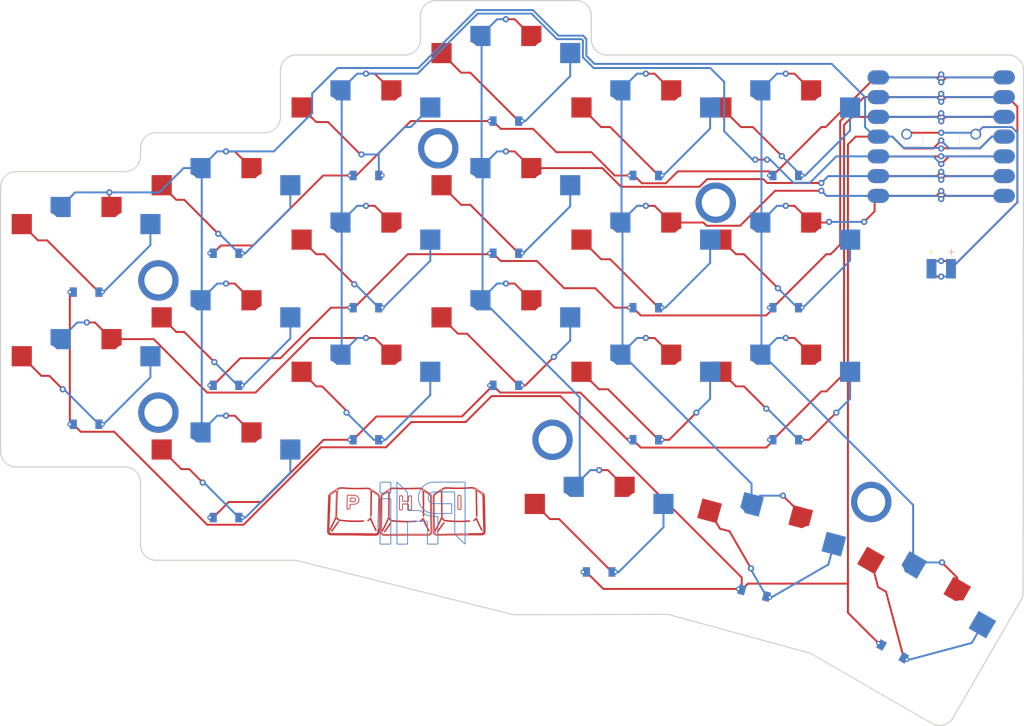
<source format=kicad_pcb>
(kicad_pcb (version 20241229) (generator "pcbnew") (generator_version "9.0")
  (title_block (title "pcb") (rev "v1.0.0") (company "phiwan"))
  (layers (0 "F.Cu" signal) (2 "B.Cu" signal) (13 "F.Paste" user) (15 "B.Paste" user) (5 "F.SilkS" user) (7 "B.SilkS" user) (1 "F.Mask" user) (3 "B.Mask" user) (25 "Edge.Cuts" user))
  (net 0 "")
  (net 1 "cring")
  (net 2 "outer_home")
  (net 3 "cpinky")
  (net 4 "outer_top")
  (net 5 "pinky_bottom")
  (net 6 "pinky_home")
  (net 7 "pinky_top")
  (net 8 "ring_bottom")
  (net 9 "ring_home")
  (net 10 "ring_top")
  (net 11 "cmiddle")
  (net 12 "middle_bottom")
  (net 13 "middle_home")
  (net 14 "middle_top")
  (net 15 "cindex")
  (net 16 "index_bottom")
  (net 17 "index_home")
  (net 18 "index_top")
  (net 19 "cinner")
  (net 20 "inner_bottom")
  (net 21 "inner_home")
  (net 22 "inner_top")
  (net 23 "left_cluster")
  (net 24 "middle_cluster")
  (net 25 "right_cluster")
  (net 26 "rthumbs")
  (net 27 "rbottom")
  (net 28 "rhome")
  (net 29 "rtop")
  (net 30 "sda")
  (net 31 "scl")
  (net 32 "3V3")
  (net 33 "GND")
  (net 34 "5V")
  (net 35 "BAT+")
  (footprint "PG1350" (layer "F.Cu") (at 239.416726 153.535864)
    (property "Reference" "S12" (hide yes))
    (property "Value" "" (hide yes))
  )
  (footprint "PG1350" (layer "F.Cu") (at 273.667095 181.426035 -30)
    (property "Reference" "S20" (hide yes))
    (property "Value" "" (hide yes))
  )
  (footprint "PG1350" (layer "F.Cu") (at 257.416727 153.535865)
    (property "Reference" "S15" (hide yes))
    (property "Value" "" (hide yes))
  )
  (footprint "PG1350" (layer "F.Cu") (at 239.416727 119.535864)
    (property "Reference" "S14" (hide yes))
    (property "Value" "" (hide yes))
  )
  (footprint "mounting_hole" (layer "F.Cu") (at 268.416727 166.535865)
    (property "Reference" "H6" (hide yes))
    (property "Value" "")
  )
  (footprint "mounting_hole" (layer "F.Cu") (at 212.716727 121.035865)
    (property "Reference" "H3" (hide yes))
    (property "Value" "")
  )
  (footprint "PG1350" (layer "F.Cu") (at 167.416727 134.535865)
    (property "Reference" "S2" (hide yes))
    (property "Value" "" (hide yes))
  )
  (footprint "pads" (layer "F.Cu") (at 277.416727 136.535865)
    (property "Reference" "PAD1" (hide yes))
    (property "Value" "")
  )
  (footprint "mounting_hole" (layer "F.Cu") (at 176.716727 155.035865)
    (property "Reference" "H2" (hide yes))
    (property "Value" "")
  )
  (footprint "PG1350" (layer "F.Cu") (at 257.416727 119.535864)
    (property "Reference" "S17" (hide yes))
    (property "Value" "" (hide yes))
  )
  (footprint "PG1350" (layer "F.Cu") (at 239.416727 136.535864)
    (property "Reference" "S13" (hide yes))
    (property "Value" "" (hide yes))
  )
  (footprint "xiao-ble-smd-reversible" (layer "F.Cu") (at 277.416726 119.535865)
    (property "Reference" "MCU1" (hide yes))
    (property "Value" "" (hide yes))
    (fp_poly (pts (xy -4.75 -0.249999) (xy -2.349999 -0.25) (xy -2.35 1.25) (xy -4.75 1.25)) (stroke (width 0.05)) (fill no) (layer "Edge.Cuts"))
    (fp_poly (pts (xy 2.35 -0.25) (xy 4.75 -0.249999) (xy 4.749999 1.25) (xy 2.349999 1.25)) (stroke (width 0.05)) (fill no) (layer "Edge.Cuts"))
  )
  (footprint "PG1350" (layer "F.Cu") (at 254.64027 173.433643 -15)
    (property "Reference" "S19" (hide yes))
    (property "Value" "" (hide yes))
  )
  (footprint "PG1350" (layer "F.Cu") (at 185.416727 163.535865)
    (property "Reference" "S3" (hide yes))
    (property "Value" "" (hide yes))
  )
  (footprint "mounting_hole" (layer "F.Cu") (at 227.416727 158.535865)
    (property "Reference" "H4" (hide yes))
    (property "Value" "")
  )
  (footprint "PG1350" (layer "F.Cu") (at 221.416726 129.535864)
    (property "Reference" "S10" (hide yes))
    (property "Value" "" (hide yes))
  )
  (footprint "PG1350" (layer "F.Cu") (at 167.416727 151.535865)
    (property "Reference" "S1" (hide yes))
    (property "Value" "" (hide yes))
  )
  (footprint "PG1350" (layer "F.Cu") (at 221.416727 112.535865)
    (property "Reference" "S11" (hide yes))
    (property "Value" "" (hide yes))
  )
  (footprint "mounting_hole" (layer "F.Cu") (at 248.416727 128.035864)
    (property "Reference" "H5" (hide yes))
    (property "Value" "")
  )
  (footprint "PG1350" (layer "F.Cu") (at 221.416727 146.535864)
    (property "Reference" "S9" (hide yes))
    (property "Value" "" (hide yes))
  )
  (footprint "PG1350" (layer "F.Cu") (at 257.416726 136.535865)
    (property "Reference" "S16" (hide yes))
    (property "Value" "" (hide yes))
  )
  (footprint "PG1350" (layer "F.Cu") (at 203.416727 153.535865)
    (property "Reference" "S6" (hide yes))
    (property "Value" "" (hide yes))
  )
  (footprint "PG1350" (layer "F.Cu") (at 203.416727 119.535865)
    (property "Reference" "S8" (hide yes))
    (property "Value" "" (hide yes))
  )
  (footprint "PG1350" (layer "F.Cu") (at 203.416727 136.535865)
    (property "Reference" "S7" (hide yes))
    (property "Value" "" (hide yes))
  )
  (footprint "PG1350" (layer "F.Cu") (at 185.416726 146.535865)
    (property "Reference" "S4" (hide yes))
    (property "Value" "" (hide yes))
  )
  (footprint "mounting_hole" (layer "F.Cu") (at 176.716727 138.035865)
    (property "Reference" "H1" (hide yes))
    (property "Value" "")
  )
  (footprint "PG1350" (layer "F.Cu") (at 185.416727 129.535865)
    (property "Reference" "S5" (hide yes))
    (property "Value" "" (hide yes))
  )
  (footprint "PG1350" (layer "F.Cu") (at 233.416727 170.535865)
    (property "Reference" "S18" (hide yes))
    (property "Value" "" (hide yes))
  )
  (footprint "Diode_SMD:D_SOD-123" (layer "B.Cu") (at 239.416727 124.535864)
    (property "Reference" "Di14" (hide yes))
    (property "Value" "" (hide yes))
  )
  (footprint "Diode_SMD:D_SOD-123" (layer "B.Cu") (at 203.416727 141.535865)
    (property "Reference" "Di7" (hide yes))
    (property "Value" "" (hide yes))
  )
  (footprint "Diode_SMD:D_SOD-123" (layer "B.Cu") (at 167.416727 156.535865)
    (property "Reference" "Di1" (hide yes))
    (property "Value" "" (hide yes))
  )
  (footprint "Diode_SMD:D_SOD-123" (layer "B.Cu") (at 203.416727 158.535865)
    (property "Reference" "Di6" (hide yes))
    (property "Value" "" (hide yes))
  )
  (footprint "Diode_SMD:D_SOD-123" (layer "B.Cu") (at 221.416727 117.535864)
    (property "Reference" "Di11" (hide yes))
    (property "Value" "" (hide yes))
  )
  (footprint "Diode_SMD:D_SOD-123" (layer "B.Cu") (at 271.167094 185.756162 -30)
    (property "Reference" "Di20" (hide yes))
    (property "Value" "" (hide yes))
  )
  (footprint "Diode_SMD:D_SOD-123" (layer "B.Cu") (at 253.346175 178.263273 -15)
    (property "Reference" "Di19" (hide yes))
    (property "Value" "" (hide yes))
  )
  (footprint "Diode_SMD:D_SOD-123" (layer "B.Cu") (at 233.416726 175.535865)
    (property "Reference" "Di18" (hide yes))
    (property "Value" "" (hide yes))
  )
  (footprint "Diode_SMD:D_SOD-123" (layer "B.Cu") (at 257.416727 124.535865)
    (property "Reference" "Di17" (hide yes))
    (property "Value" "" (hide yes))
  )
  (footprint "Diode_SMD:D_SOD-123" (layer "B.Cu") (at 221.416727 134.535864)
    (property "Reference" "Di10" (hide yes))
    (property "Value" "" (hide yes))
  )
  (footprint "Diode_SMD:D_SOD-123" (layer "B.Cu") (at 203.416727 124.535865)
    (property "Reference" "Di8" (hide yes))
    (property "Value" "" (hide yes))
  )
  (footprint "Diode_SMD:D_SOD-123" (layer "B.Cu") (at 239.416726 158.535864)
    (property "Reference" "Di12" (hide yes))
    (property "Value" "" (hide yes))
  )
  (footprint "Diode_SMD:D_SOD-123" (layer "B.Cu") (at 185.416726 168.535864)
    (property "Reference" "Di3" (hide yes))
    (property "Value" "" (hide yes))
  )
  (footprint "Diode_SMD:D_SOD-123" (layer "B.Cu") (at 185.416727 151.535865)
    (property "Reference" "Di4" (hide yes))
    (property "Value" "" (hide yes))
  )
  (footprint "Diode_SMD:D_SOD-123" (layer "B.Cu") (at 257.416727 141.535865)
    (property "Reference" "Di16" (hide yes))
    (property "Value" "" (hide yes))
  )
  (footprint "Diode_SMD:D_SOD-123" (layer "B.Cu") (at 167.416727 139.535865)
    (property "Reference" "Di2" (hide yes))
    (property "Value" "" (hide yes))
  )
  (footprint "Diode_SMD:D_SOD-123" (layer "B.Cu") (at 239.416727 141.535865)
    (property "Reference" "Di13" (hide yes))
    (property "Value" "" (hide yes))
  )
  (footprint "Diode_SMD:D_SOD-123" (layer "B.Cu") (at 257.416726 158.535865)
    (property "Reference" "Di15" (hide yes))
    (property "Value" "" (hide yes))
  )
  (footprint "Diode_SMD:D_SOD-123" (layer "B.Cu") (at 221.416726 151.535865)
    (property "Reference" "Di9" (hide yes))
    (property "Value" "" (hide yes))
  )
  (footprint "Diode_SMD:D_SOD-123" (layer "B.Cu") (at 185.416727 134.535865)
    (property "Reference" "Di5" (hide yes))
    (property "Value" "" (hide yes))
  )
  (gr_poly (pts (xy 215.254628 165.689927) (xy 215.240381 165.817645) (xy 215.238842 165.947515) (xy 215.238605 166.077644) (xy 215.238849 166.207502) (xy 215.239325 166.33761) (xy 215.239919 166.467483) (xy 215.240566 166.597518) (xy 215.241311 166.727592) (xy 215.242284 166.857464) (xy 215.243549 166.987686) (xy 215.245208 167.117662) (xy 215.247478 167.247478) (xy 215.251012 167.377426) (xy 215.287257 167.49274) (xy 215.415861 167.508667) (xy 215.545538 167.501891) (xy 215.646998 167.449475) (xy 215.650762 167.319655) (xy 215.65071 167.189489) (xy 215.649671 167.059518) (xy 215.648181 166.929484) (xy 215.64645 166.799574) (xy 215.644573 166.669598) (xy 215.64269 166.539527) (xy 215.640891 166.409614) (xy 215.639016 166.279615) (xy 215.636991 166.149668) (xy 215.634622 166.01962) (xy 215.631387 165.889659) (xy 215.624516 165.759866) (xy 215.54418 165.680103) (xy 215.414101 165.676902)) (stroke (width 0.1)) (fill no) (layer "F.Cu"))
  (gr_poly (pts (xy 206.56367 169.223426) (xy 206.487873 169.329041) (xy 206.412084 169.434884) (xy 206.336493 169.540464) (xy 206.260777 169.646173) (xy 206.185039 169.751828) (xy 206.109539 169.857701) (xy 206.034003 169.963473) (xy 205.958345 170.069148) (xy 205.88249 170.174712) (xy 205.806099 170.279969) (xy 205.750553 170.393076) (xy 205.849207 170.371644) (xy 205.928425 170.268661) (xy 206.004621 170.163377) (xy 206.080836 170.057985) (xy 206.156943 169.952628) (xy 206.232997 169.847181) (xy 206.308976 169.741586) (xy 206.384731 169.635927) (xy 206.460185 169.530071) (xy 206.535129 169.423826) (xy 206.608827 169.316993) (xy 206.678926 169.207454)) (stroke (width 0.1)) (fill no) (layer "F.Cu"))
  (gr_poly (pts (xy 210.727163 168.626018) (xy 210.658337 168.735766) (xy 210.564657 168.825495) (xy 210.451433 168.888627) (xy 210.375839 168.97427) (xy 210.492157 168.970473) (xy 210.607483 168.910651) (xy 210.705374 168.825849) (xy 210.786829 168.804747) (xy 210.833785 168.925897) (xy 210.882823 169.046475) (xy 210.932965 169.166386) (xy 210.984381 169.285736) (xy 211.03828 169.404038) (xy 211.094491 169.521245) (xy 211.151875 169.637872) (xy 211.210122 169.754121) (xy 211.269091 169.87001) (xy 211.328816 169.985561) (xy 211.389336 170.100435) (xy 211.451524 170.214697) (xy 211.535793 170.290972) (xy 211.542377 170.190897) (xy 211.480999 170.076218) (xy 211.420205 169.961337) (xy 211.360395 169.845725) (xy 211.301718 169.729775) (xy 211.244121 169.61343) (xy 211.187417 169.49628) (xy 211.131901 169.3788) (xy 211.07753 169.260663) (xy 211.024536 169.141917) (xy 210.973279 169.022583) (xy 210.924243 168.902256) (xy 210.878647 168.780276) (xy 210.841228 168.655954)) (stroke (width 0.1)) (fill no) (layer "F.Cu"))
  (gr_poly (pts (xy 199.97349 164.703334) (xy 199.856182 164.759309) (xy 199.744829 164.82639) (xy 199.637046 164.898792) (xy 199.530595 164.973449) (xy 199.423451 165.047327) (xy 199.315819 165.120168) (xy 199.207494 165.191959) (xy 199.09831 165.262375) (xy 198.987486 165.330669) (xy 198.874047 165.393818) (xy 198.767376 165.467813) (xy 198.681238 165.56479) (xy 198.628448 165.682922) (xy 198.608865 165.811084) (xy 198.602064 165.940986) (xy 198.596499 166.070895) (xy 198.591458 166.20078) (xy 198.58673 166.330517) (xy 198.582196 166.460591) (xy 198.577822 166.59041) (xy 198.573553 166.720536) (xy 198.569388 166.850234) (xy 198.565284 166.980378) (xy 198.56125 167.110322) (xy 198.557275 167.240024) (xy 198.553334 167.370121) (xy 198.549414 167.500126) (xy 198.545235 167.629938) (xy 198.541026 167.759805) (xy 198.53678 167.889741) (xy 198.53249 168.019846) (xy 198.528163 168.14967) (xy 198.523779 168.279644) (xy 198.519332 168.409528) (xy 198.514802 168.539479) (xy 198.510189 168.669281) (xy 198.505661 168.799344) (xy 198.501168 168.929104) (xy 198.496696 169.05911) (xy 198.492269 169.188971) (xy 198.487886 169.318978) (xy 198.483566 169.448935) (xy 198.479334 169.578729) (xy 198.475205 169.708812) (xy 198.471243 169.838788) (xy 198.467532 169.968585) (xy 198.464233 170.098716) (xy 198.461792 170.228557) (xy 198.462149 170.358524) (xy 198.486235 170.485679) (xy 198.547197 170.600183) (xy 198.638872 170.691689) (xy 198.752465 170.754181) (xy 198.879309 170.776968) (xy 199.009205 170.780439) (xy 199.139261 170.782554) (xy 199.269284 170.784104) (xy 199.399195 170.785332) (xy 199.529226 170.786353) (xy 199.659158 170.787223) (xy 199.789083 170.787982) (xy 199.919276 170.788657) (xy 200.049202 170.789261) (xy 200.179255 170.789814) (xy 200.309088 170.790318) (xy 200.439164 170.790785) (xy 200.569218 170.791187) (xy 200.69915 170.791568) (xy 200.829314 170.792021) (xy 200.959153 170.792548) (xy 201.08922 170.793152) (xy 201.219291 170.793837) (xy 201.349133 170.794602) (xy 201.479179 170.795457) (xy 201.609117 170.796404) (xy 201.739269 170.797451) (xy 201.869223 170.798602) (xy 201.999154 170.799867) (xy 202.12912 170.80126) (xy 202.259045 170.802791) (xy 202.389243 170.804483) (xy 202.519222 170.806355) (xy 202.648999 170.808435) (xy 202.779044 170.810776) (xy 202.908969 170.813437) (xy 203.039143 170.816545) (xy 203.169105 170.819777) (xy 203.298838 170.822858) (xy 203.429015 170.825811) (xy 203.558763 170.828618) (xy 203.688917 170.831291) (xy 203.818855 170.833799) (xy 203.948766 170.836111) (xy 204.078758 170.838164) (xy 204.208733 170.839813) (xy 204.338749 170.840895) (xy 204.468728 170.841908) (xy 204.59877 170.84217) (xy 204.72862 170.837988) (xy 204.854125 170.805814) (xy 204.965847 170.740421) (xy 205.056179 170.647515) (xy 205.116491 170.532825) (xy 205.131611 170.404371) (xy 205.134429 170.274336) (xy 205.136258 170.144487) (xy 205.137633 170.014453) (xy 205.13873 169.884528) (xy 205.139637 169.754365) (xy 205.140404 169.624378) (xy 205.141061 169.49442) (xy 205.141633 169.364468) (xy 205.14213 169.23456) (xy 205.142569 169.104508) (xy 205.142956 168.974534) (xy 205.143299 168.844497) (xy 205.143366 168.714381) (xy 205.143493 168.584589) (xy 205.143705 168.454401) (xy 205.143998 168.324352) (xy 205.144372 168.194366) (xy 205.144823 168.064449) (xy 205.145353 167.934406) (xy 205.145963 167.804502) (xy 205.146661 167.674354) (xy 205.147446 167.544494) (xy 205.148334 167.414359) (xy 205.149337 167.284554) (xy 205.150491 167.15445) (xy 205.151849 167.024399) (xy 205.15356 166.894524) (xy 205.156145 166.764549) (xy 205.158955 166.634553) (xy 205.161644 166.504463) (xy 205.164213 166.37452) (xy 205.166649 166.244622) (xy 205.168883 166.114777) (xy 205.170599 165.984636) (xy 205.172223 165.854713) (xy 205.152132 165.729454) (xy 205.092194 165.614146) (xy 205.00747 165.516229) (xy 204.898588 165.445473) (xy 204.788357 165.376556) (xy 204.679746 165.305473) (xy 204.571435 165.233409) (xy 204.463478 165.160899) (xy 204.355911 165.088182) (xy 204.248353 165.015117) (xy 204.14092 164.941859) (xy 204.033468 164.868379) (xy 203.923117 164.800098) (xy 203.80364 164.7497) (xy 203.675552 164.730581) (xy 203.545451 164.733311) (xy 203.415733 164.738906) (xy 203.285715 164.744626) (xy 203.155756 164.749629) (xy 203.025873 164.75391) (xy 202.895983 164.757478) (xy 202.765998 164.760331) (xy 202.636154 164.762473) (xy 202.506039 164.763903) (xy 202.376049 164.764615) (xy 202.245938 164.764604) (xy 202.116101 164.76387) (xy 201.985975 164.762398) (xy 201.855958 164.760184) (xy 201.726128 164.757218) (xy 201.596254 164.753485) (xy 201.466265 164.748966) (xy 201.336407 164.743649) (xy 201.206616 164.737517) (xy 201.076686 164.730535) (xy 200.946877 164.722688) (xy 200.817143 164.71395) (xy 200.687423 164.705074) (xy 200.557784 164.696795) (xy 200.427975 164.689407) (xy 200.298159 164.683527) (xy 200.168185 164.68061)) (stroke (width 0.1)) (fill no) (layer "F.Cu"))
  (gr_poly (pts (xy 216.710638 164.677171) (xy 216.580968 164.684521) (xy 216.451001 164.691468) (xy 216.321292 164.697921) (xy 216.191413 164.70384) (xy 216.06152 164.70916) (xy 215.931675 164.713813) (xy 215.801555 164.717751) (xy 215.671788 164.720901) (xy 215.54174 164.723236) (xy 215.411742 164.724715) (xy 215.281774 164.725321) (xy 215.151804 164.725053) (xy 215.021661 164.723921) (xy 214.891632 164.72196) (xy 214.76179 164.719214) (xy 214.631832 164.715728) (xy 214.501831 164.711564) (xy 214.371959 164.706789) (xy 214.242172 164.701471) (xy 214.112206 164.696207) (xy 213.982192 164.691553) (xy 213.852327 164.687617) (xy 213.722373 164.685062) (xy 213.592488 164.684888) (xy 213.464111 164.704168) (xy 213.344947 164.755472) (xy 213.232677 164.820761) (xy 213.122969 164.890469) (xy 213.014154 164.961725) (xy 212.905824 165.033383) (xy 212.797452 165.10521) (xy 212.688969 165.176961) (xy 212.580492 165.248552) (xy 212.471787 165.320142) (xy 212.363137 165.391527) (xy 212.254957 165.463467) (xy 212.160759 165.552468) (xy 212.098986 165.666256) (xy 212.075409 165.793454) (xy 212.072187 165.923306) (xy 212.071881 166.053304) (xy 212.072535 166.183229) (xy 212.073638 166.313221) (xy 212.074987 166.443277) (xy 212.076485 166.573276) (xy 212.078075 166.70316) (xy 212.079727 166.833233) (xy 212.08142 166.963267) (xy 212.083112 167.093141) (xy 212.084611 167.223178) (xy 212.08595 167.353332) (xy 212.087156 167.483315) (xy 212.088242 167.613291) (xy 212.08922 167.743129) (xy 212.090101 167.873196) (xy 212.090888 168.003214) (xy 212.091585 168.133284) (xy 212.092191 168.263226) (xy 212.092708 168.393177) (xy 212.093131 168.523091) (xy 212.093457 168.653153) (xy 212.093681 168.783132) (xy 212.093788 168.913218) (xy 212.093766 169.043318) (xy 212.093591 169.173215) (xy 212.093228 169.30332) (xy 212.092783 169.433239) (xy 212.092354 169.563182) (xy 212.091921 169.693257) (xy 212.091491 169.823267) (xy 212.091061 169.953211) (xy 212.090629 170.083283) (xy 212.090199 170.213276) (xy 212.089768 170.343087) (xy 212.089337 170.473205) (xy 212.130289 170.594107) (xy 212.210359 170.69576) (xy 212.314896 170.772414) (xy 212.433534 170.818278) (xy 212.563401 170.817927) (xy 212.693504 170.817574) (xy 212.823489 170.817224) (xy 212.953612 170.816612) (xy 213.08342 170.815439) (xy 213.213512 170.813979) (xy 213.343552 170.812314) (xy 213.47355 170.810478) (xy 213.603344 170.808496) (xy 213.733396 170.806354) (xy 213.863409 170.804052) (xy 213.993303 170.801573) (xy 214.12342 170.798872) (xy 214.25345 170.796808) (xy 214.383332 170.795166) (xy 214.513394 170.793772) (xy 214.643277 170.792557) (xy 214.773388 170.791474) (xy 214.903354 170.790505) (xy 215.033261 170.78963) (xy 215.163417 170.788838) (xy 215.293312 170.788123) (xy 215.423309 170.787477) (xy 215.553254 170.786901) (xy 215.683272 170.786387) (xy 215.813391 170.785936) (xy 215.943333 170.785548) (xy 216.073213 170.785222) (xy 216.203355 170.784959) (xy 216.333357 170.784759) (xy 216.463183 170.784628) (xy 216.59332 170.784568) (xy 216.723394 170.784628) (xy 216.853329 170.784727) (xy 216.983304 170.784827) (xy 217.11323 170.784922) (xy 217.243348 170.784996) (xy 217.373293 170.785032) (xy 217.503312 170.785001) (xy 217.633252 170.784867) (xy 217.763185 170.78456) (xy 217.893328 170.783972) (xy 218.023253 170.782911) (xy 218.153362 170.780974) (xy 218.28325 170.777204) (xy 218.41298 170.76826) (xy 218.536532 170.732321) (xy 218.640186 170.654366) (xy 218.71551 170.549092) (xy 218.757278 170.426394) (xy 218.767855 170.297022) (xy 218.767091 170.167039) (xy 218.76546 170.037097) (xy 218.763446 169.907073) (xy 218.761169 169.777148) (xy 218.758656 169.647164) (xy 218.755898 169.517123) (xy 218.752825 169.38708) (xy 218.749207 169.257145) (xy 218.743864 169.127353) (xy 218.740237 168.99738) (xy 218.737317 168.867299) (xy 218.734815 168.737427) (xy 218.732687 168.607488) (xy 218.73072 168.477466) (xy 218.7284 168.347603) (xy 218.72569 168.217439) (xy 218.722493 168.087541) (xy 218.717821 167.957617) (xy 218.713943 167.827784) (xy 218.710805 167.697802) (xy 218.708135 167.567795) (xy 218.705906 167.437779) (xy 218.703699 167.307785) (xy 218.70121 167.177848) (xy 218.698289 167.047916) (xy 218.694224 166.917892) (xy 218.689119 166.78797) (xy 218.685954 166.658198) (xy 218.68331 166.528133) (xy 218.680979 166.398095) (xy 218.678513 166.268242) (xy 218.675346 166.138179) (xy 218.671184 166.008289) (xy 218.665258 165.878456) (xy 218.655655 165.748786) (xy 218.635022 165.620545) (xy 218.579918 165.503312) (xy 218.491493 165.408625) (xy 218.385128 165.334197) (xy 218.271903 165.270108) (xy 218.159327 165.205483) (xy 218.049012 165.1368) (xy 217.939863 165.065973) (xy 217.831597 164.994222) (xy 217.723613 164.921846) (xy 217.615694 164.849069) (xy 217.507058 164.777573) (xy 217.393772 164.714381) (xy 217.270404 164.674213) (xy 217.141173 164.661079) (xy 217.011127 164.661743) (xy 216.881222 164.667438) (xy 216.751543 164.674759) (xy 217.375321 164.839999) (xy 217.470796 164.927795) (xy 217.537669 165.03856) (xy 217.560758 165.165935) (xy 217.566123 165.295757) (xy 217.569748 165.425833) (xy 217.573001 165.555593) (xy 217.575901 165.685586) (xy 217.578579 165.815513) (xy 217.581081 165.945655) (xy 217.583404 166.075689) (xy 217.585525 166.205492) (xy 217.587457 166.335523) (xy 217.589477 166.46559) (xy 217.591544 166.595497) (xy 217.593664 166.725505) (xy 217.595843 166.855579) (xy 217.598078 166.985413) (xy 217.600381 167.115368) (xy 217.602761 167.245441) (xy 217.605223 167.375425) (xy 217.60778 167.505371) (xy 217.610454 167.635382) (xy 217.613269 167.76537) (xy 217.616263 167.895346) (xy 217.619502 168.02511) (xy 217.623138 168.155175) (xy 217.62753 168.285154) (xy 217.649395 168.404081) (xy 217.71451 168.330078) (xy 217.71219 168.200089) (xy 217.709869 168.070188) (xy 217.707549 167.940185) (xy 217.705482 167.810172) (xy 217.703475 167.680164) (xy 217.701312 167.55012) (xy 217.699004 167.420225) (xy 217.696523 167.290151) (xy 217.693801 167.160297) (xy 217.69074 167.030264) (xy 217.688039 166.900441) (xy 217.68551 166.770402) (xy 217.68307 166.64034) (xy 217.680692 166.510419) (xy 217.67836 166.380524) (xy 217.676061 166.250474) (xy 217.673796 166.120338) (xy 217.671564 165.990412) (xy 217.669233 165.860476) (xy 217.666636 165.730564) (xy 217.663742 165.600424) (xy 217.66051 165.470485) (xy 217.656824 165.340631) (xy 217.652365 165.210734) (xy 217.643018 165.081163) (xy 217.706188 165.073272) (xy 217.814655 165.144994) (xy 217.922024 165.218301) (xy 218.028773 165.292532) (xy 218.134806 165.367658) (xy 218.239188 165.445171) (xy 218.337803 165.52981) (xy 218.412031 165.635485) (xy 218.439093 165.761849) (xy 218.4464 165.891789) (xy 218.450883 166.021647) (xy 218.454418 166.151493) (xy 218.457522 166.281514) (xy 218.460392 166.411626) (xy 218.463122 166.541443) (xy 218.465778 166.671484) (xy 218.46838 166.801312) (xy 218.470963 166.931443) (xy 218.473529 167.06147) (xy 218.476046 167.191397) (xy 218.4786 167.321309) (xy 218.481198 167.451241) (xy 218.48385 167.581339) (xy 218.486555 167.711256) (xy 218.489329 167.841257) (xy 218.492177 167.971185) (xy 218.495112 168.101178) (xy 218.498144 168.231203) (xy 218.501278 168.361112) (xy 218.504528 168.491086) (xy 218.507894 168.621036) (xy 218.511381 168.751016) (xy 218.514981 168.880876) (xy 218.518697 169.010756) (xy 218.522519 169.140732) (xy 218.526437 169.270763) (xy 218.530432 169.400625) (xy 218.534496 169.530504) (xy 218.538629 169.660652) (xy 218.542651 169.790552) (xy 218.54632 169.920452) (xy 218.549557 170.050313) (xy 218.552156 170.180234) (xy 218.553308 170.310346) (xy 218.521306 170.43381) (xy 218.430813 170.525853) (xy 218.308396 170.56425) (xy 218.178555 170.570587) (xy 218.048563 170.5736) (xy 217.918595 170.57581) (xy 217.788616 170.577742) (xy 217.65852 170.579577) (xy 217.528671 170.581349) (xy 217.398588 170.583322) (xy 217.268667 170.585521) (xy 217.138636 170.587902) (xy 217.008738 170.590434) (xy 216.878723 170.59311) (xy 216.748689 170.595921) (xy 216.618721 170.598866) (xy 216.488808 170.60195) (xy 216.358777 170.605191) (xy 216.228874 170.6086) (xy 216.098903 170.612214) (xy 215.96903 170.616077) (xy 215.839027 170.619873) (xy 215.709156 170.623584) (xy 215.579051 170.627287) (xy 215.449211 170.630968) (xy 215.319173 170.634645) (xy 215.189245 170.638311) (xy 215.05927 170.641977) (xy 214.929485 170.645645) (xy 214.799532 170.649371) (xy 214.669435 170.653427) (xy 214.539753 170.658159) (xy 214.409753 170.663855) (xy 214.279694 170.667133) (xy 214.149873 170.67004) (xy 214.019842 170.672756) (xy 213.889905 170.675318) (xy 213.759903 170.677744) (xy 213.629895 170.680038) (xy 213.499941 170.682196) (xy 213.370021 170.684396) (xy 213.239967 170.686689) (xy 213.110001 170.688889) (xy 212.98002 170.690921) (xy 212.849986 170.692621) (xy 212.719964 170.693587) (xy 212.590099 170.692347) (xy 212.462169 170.673826) (xy 212.353412 170.604457) (xy 212.284054 170.495356) (xy 212.284785 170.380233) (xy 212.354912 170.270753) (xy 212.419289 170.158002) (xy 212.481719 170.043971) (xy 212.542929 169.929249) (xy 212.603197 169.814107) (xy 212.662787 169.698451) (xy 212.721641 169.582579) (xy 212.779904 169.46629) (xy 212.837483 169.349741) (xy 212.894315 169.232937) (xy 212.950416 169.115558) (xy 213.005446 168.997799) (xy 213.059002 168.879464) (xy 213.110196 168.759867) (xy 213.157501 168.638872) (xy 213.223656 168.695875) (xy 213.296221 168.80328) (xy 213.392004 168.890725) (xy 213.505193 168.954358) (xy 213.630471 168.986956) (xy 213.759375 169.003904) (xy 213.888745 169.017062) (xy 214.018141 169.028137) (xy 214.147896 169.037797) (xy 214.277621 169.04632) (xy 214.407355 169.053881) (xy 214.53727 169.060579) (xy 214.666918 169.06644) (xy 214.796966 169.071503) (xy 214.926782 169.075726) (xy 215.056867 169.079072) (xy 215.186772 169.081442) (xy 215.316901 169.082708) (xy 215.446681 169.082666) (xy 215.576704 169.081326) (xy 215.706753 169.07891) (xy 215.836761 169.075561) (xy 215.966697 169.07135) (xy 216.096452 169.066297) (xy 216.226545 169.060334) (xy 216.356186 169.053371) (xy 216.486016 169.045092) (xy 216.615546 169.03481) (xy 216.744719 169.019496) (xy 216.768218 168.932736) (xy 216.638406 168.938452) (xy 216.508742 168.947805) (xy 216.379217 168.957069) (xy 216.249344 168.965125) (xy 216.119502 168.971975) (xy 215.989761 168.977643) (xy 215.859716 168.982173) (xy 215.729898 168.985564) (xy 215.599893 168.987849) (xy 215.469914 168.98904) (xy 215.339699 168.989155) (xy 215.20978 168.988206) (xy 215.079727 168.986204) (xy 214.94975 168.983164) (xy 214.819901 168.979098) (xy 214.690063 168.97401) (xy 214.560117 168.967902) (xy 214.430273 168.960789) (xy 214.300577 168.952679) (xy 214.170909 168.943567) (xy 214.041314 168.933458) (xy 213.911831 168.92236) (xy 213.78232 168.910512) (xy 213.653047 168.897133) (xy 213.529175 168.860298) (xy 213.421556 168.787836) (xy 213.33511 168.691157) (xy 213.272932 168.577229) (xy 213.242568 168.451545) (xy 213.235899 168.321808) (xy 213.231394 168.191749) (xy 213.227756 168.061994) (xy 213.224618 167.931835) (xy 213.221842 167.801921) (xy 213.219338 167.672027) (xy 213.217051 167.542048) (xy 213.214948 167.412103) (xy 213.213004 167.282168) (xy 213.211199 167.152041) (xy 213.209524 167.022128) (xy 213.207962 166.892003) (xy 213.20651 166.761997) (xy 213.205163 166.632123) (xy 213.203909 166.502068) (xy 213.202749 166.372181) (xy 213.201674 166.242019) (xy 213.20069 166.112109) (xy 213.199787 165.98218) (xy 213.198968 165.852189) (xy 213.198229 165.722066) (xy 213.197363 165.592152) (xy 213.196466 165.462221) (xy 213.19557 165.332175) (xy 213.194674 165.202235) (xy 213.222549 165.078699) (xy 213.291369 164.968675) (xy 213.381699 164.875614) (xy 213.493545 164.81035) (xy 213.620592 164.785283) (xy 213.7505 164.782351) (xy 213.880468 164.784286) (xy 214.010418 164.787836) (xy 214.140377 164.792065) (xy 214.27032 164.796603) (xy 214.400103 164.801268) (xy 214.529996 164.805981) (xy 214.659967 164.81009) (xy 214.789867 164.813199) (xy 214.919942 164.815413) (xy 215.050058 164.816799) (xy 215.179903 164.817412) (xy 215.309938 164.817297) (xy 215.439836 164.81648) (xy 215.569871 164.814976) (xy 215.699908 164.812799) (xy 215.829958 164.809943) (xy 215.959745 164.806411) (xy 216.089814 164.80217) (xy 216.219684 164.797204) (xy 216.349662 164.791464) (xy 216.479414 164.784908) (xy 216.609047 164.777461) (xy 216.739002 164.768993) (xy 216.868576 164.762235) (xy 216.998737 164.759067) (xy 217.128763 164.760473)) (stroke (width 0.1)) (fill no) (layer "F.Cu"))
  (gr_poly (pts (xy 207.748459 165.745815) (xy 207.727189 165.871633) (xy 207.723787 166.001575) (xy 207.72189 166.131402) (xy 207.720494 166.261406) (xy 207.719316 166.391349) (xy 207.718241 166.521366) (xy 207.717213 166.651408) (xy 207.716304 166.781376) (xy 207.715539 166.911527) (xy 207.714996 167.041459) (xy 207.714822 167.17134) (xy 207.715344 167.301482) (xy 207.717619 167.431319) (xy 207.755374 167.542203) (xy 207.884988 167.548793) (xy 208.015047 167.547022) (xy 208.110866 167.493703) (xy 208.116308 167.363837) (xy 208.11757 167.233837) (xy 208.117726 167.103774) (xy 208.117727 166.973793) (xy 208.117727 166.843776) (xy 208.18122 166.786351) (xy 208.311115 166.792084) (xy 208.441108 166.794187) (xy 208.571029 166.794865) (xy 208.701267 166.794866) (xy 208.83118 166.794865) (xy 208.884726 166.871183) (xy 208.884726 167.00124) (xy 208.884727 167.131173) (xy 208.884787 167.261233) (xy 208.885504 167.391209) (xy 208.892411 167.5209) (xy 209.004118 167.561335) (xy 209.134087 167.561277) (xy 209.262973 167.546412) (xy 209.287453 167.423517) (xy 209.289461 167.293552) (xy 209.289961 167.163774) (xy 209.289954 167.033689) (xy 209.28972 166.903685) (xy 209.289378 166.77353) (xy 209.28896 166.64364) (xy 209.288225 166.513688) (xy 209.28731 166.383629) (xy 209.286168 166.253779) (xy 209.2847 166.123664) (xy 209.282729 165.993771) (xy 209.279705 165.863638) (xy 209.248499 165.748291) (xy 209.118855 165.741899) (xy 208.988828 165.743557) (xy 208.890153 165.791325) (xy 208.885404 165.921138) (xy 208.884755 166.051265) (xy 208.884726 166.181129) (xy 208.884726 166.311174) (xy 208.884726 166.441299) (xy 208.757269 166.442992) (xy 208.627324 166.442102) (xy 208.497345 166.441186) (xy 208.367343 166.439853) (xy 208.237478 166.438524) (xy 208.123908 166.420516) (xy 208.121456 166.290516) (xy 208.119002 166.160516) (xy 208.11655 166.030479) (xy 208.114102 165.900721) (xy 208.111648 165.770703) (xy 208.003858 165.739134)) (stroke (width 0.1)) (fill no) (layer "F.Cu"))
  (gr_poly (pts (xy 213.367293 169.232252) (xy 213.291564 169.337923) (xy 213.215768 169.443703) (xy 213.140103 169.549321) (xy 213.064471 169.654944) (xy 212.988839 169.760657) (xy 212.913228 169.866486) (xy 212.837806 169.972312) (xy 212.762572 170.078355) (xy 212.687774 170.184836) (xy 212.614575 170.292154) (xy 212.575064 170.408628) (xy 212.670609 170.351087) (xy 212.75019 170.248224) (xy 212.827 170.143292) (xy 212.90289 170.03774) (xy 212.978553 169.93211) (xy 213.054253 169.826528) (xy 213.130007 169.720839) (xy 213.205687 169.615206) (xy 213.28146 169.509343) (xy 213.356913 169.403725) (xy 213.432255 169.297757) (xy 213.506454 169.190936)) (stroke (width 0.1)) (fill no) (layer "F.Cu"))
  (gr_poly (pts (xy 201.035251 165.661319) (xy 201.018908 165.789287) (xy 201.012544 165.919295) (xy 201.007491 166.049189) (xy 201.002968 166.179041) (xy 200.998721 166.309009) (xy 200.994747 166.438927) (xy 200.99065 166.568906) (xy 200.986432 166.698712) (xy 200.982052 166.828634) (xy 200.977447 166.958723) (xy 200.972454 167.088629) (xy 200.966874 167.218372) (xy 200.964328 167.348465) (xy 201.016975 167.451669) (xy 201.146379 167.46295) (xy 201.276334 167.466281) (xy 201.359543 167.391759) (xy 201.368892 167.262208) (xy 201.370676 167.132193) (xy 201.371605 167.002124) (xy 201.376293 166.872408) (xy 201.455827 166.819938) (xy 201.585316 166.829854) (xy 201.715419 166.83136) (xy 201.845337 166.827563) (xy 201.975103 166.818285) (xy 202.102682 166.795082) (xy 202.222472 166.745043) (xy 202.329239 166.671392) (xy 202.416017 166.575061) (xy 202.476757 166.460554) (xy 202.508824 166.334759) (xy 202.513345 166.205148) (xy 202.490847 166.077474) (xy 202.438887 165.958434) (xy 202.358735 165.856613) (xy 202.255615 165.778014) (xy 202.137215 165.725104) (xy 202.010073 165.699145) (xy 201.88061 165.687543) (xy 201.75091 165.678618) (xy 201.621141 165.671158) (xy 201.491191 165.664846) (xy 201.361386 165.659706) (xy 201.231429 165.656062)) (stroke (width 0.1)) (fill no) (layer "F.Cu"))
  (gr_poly (pts (xy 206.693662 164.740771) (xy 206.575222 164.793967) (xy 206.464869 164.862288) (xy 206.356742 164.934645) (xy 206.249537 165.008239) (xy 206.14269 165.08232) (xy 206.035827 165.156473) (xy 205.928626 165.229593) (xy 205.820454 165.301761) (xy 205.711239 165.372652) (xy 205.601243 165.441472) (xy 205.495056 165.51594) (xy 205.41493 165.617757) (xy 205.366848 165.737666) (xy 205.357538 165.867163) (xy 205.354448 165.997173) (xy 205.352608 166.127244) (xy 205.351179 166.257214) (xy 205.349619 166.387077) (xy 205.347977 166.517146) (xy 205.346278 166.647206) (xy 205.344537 166.777026) (xy 205.342754 166.907139) (xy 205.340942 167.037119) (xy 205.339103 167.166975) (xy 205.337233 167.297038) (xy 205.335337 167.427064) (xy 205.333418 167.557128) (xy 205.331474 167.686985) (xy 205.329503 167.817047) (xy 205.327509 167.946938) (xy 205.325485 168.077082) (xy 205.323433 168.207052) (xy 205.321351 168.336969) (xy 205.319235 168.466843) (xy 205.317077 168.596897) (xy 205.314873 168.726909) (xy 205.312614 168.857012) (xy 205.310295 168.986746) (xy 205.307912 169.116812) (xy 205.305603 169.246879) (xy 205.3034 169.376843) (xy 205.301327 169.50683) (xy 205.299422 169.636684) (xy 205.297725 169.766774) (xy 205.296318 169.896765) (xy 205.295319 170.026803) (xy 205.294936 170.156729) (xy 205.295599 170.286657) (xy 205.298521 170.416588) (xy 205.314932 170.545061) (xy 205.37672 170.659001) (xy 205.468334 170.750651) (xy 205.580344 170.815953) (xy 205.703947 170.844188) (xy 205.833937 170.843822) (xy 205.963948 170.843456) (xy 206.09392 170.84309) (xy 206.223928 170.842838) (xy 206.353927 170.842365) (xy 206.484078 170.841781) (xy 206.614032 170.841134) (xy 206.744009 170.840439) (xy 206.874051 170.839702) (xy 207.003954 170.838933) (xy 207.133993 170.838137) (xy 207.264067 170.837313) (xy 207.394059 170.836464) (xy 207.52405 170.835592) (xy 207.653945 170.834697) (xy 207.784046 170.833776) (xy 207.914087 170.832832) (xy 208.04398 170.831866) (xy 208.173941 170.830984) (xy 208.303955 170.830254) (xy 208.433977 170.829591) (xy 208.564006 170.828999) (xy 208.694033 170.828486) (xy 208.823866 170.828061) (xy 208.953982 170.82773) (xy 209.083832 170.827506) (xy 209.213846 170.827398) (xy 209.343943 170.827422) (xy 209.474039 170.82759) (xy 209.604054 170.827917) (xy 209.733909 170.82842) (xy 209.863925 170.829124) (xy 209.993881 170.830043) (xy 210.123834 170.831207) (xy 210.253845 170.832642) (xy 210.383998 170.834376) (xy 210.513958 170.836436) (xy 210.643991 170.83871) (xy 210.773976 170.840796) (xy 210.903863 170.842628) (xy 211.033871 170.844112) (xy 211.163731 170.845069) (xy 211.293954 170.845113) (xy 211.423853 170.842852) (xy 211.551852 170.822658) (xy 211.671118 170.771972) (xy 211.773389 170.692278) (xy 211.849346 170.587394) (xy 211.894137 170.467606) (xy 211.89368 170.337581) (xy 211.893224 170.2074) (xy 211.892823 170.077496) (xy 211.891866 169.947572) (xy 211.890412 169.817424) (xy 211.888672 169.687442) (xy 211.886724 169.5576) (xy 211.884598 169.427632) (xy 211.882311 169.297497) (xy 211.879872 169.167597) (xy 211.877265 169.03761) (xy 211.874584 168.907594) (xy 211.872277 168.777775) (xy 211.870246 168.647594) (xy 211.868415 168.517624) (xy 211.866738 168.387661) (xy 211.865191 168.257585) (xy 211.863757 168.127808) (xy 211.86242 167.997814) (xy 211.861178 167.867725) (xy 211.860028 167.737793) (xy 211.858966 167.607647) (xy 211.857996 167.477708) (xy 211.857119 167.347746) (xy 211.85634 167.217634) (xy 211.855674 167.087666) (xy 211.855134 166.957685) (xy 211.854608 166.827666) (xy 211.85397 166.697657) (xy 211.853205 166.567695) (xy 211.852294 166.437823) (xy 211.851199 166.307763) (xy 211.849877 166.177763) (xy 211.848229 166.047762) (xy 211.846063 165.917876) (xy 211.842709 165.787941) (xy 211.815218 165.662442) (xy 211.746264 165.552677) (xy 211.650379 165.465339) (xy 211.538321 165.399864) (xy 211.428586 165.330193) (xy 211.319717 165.258874) (xy 211.211407 165.187089) (xy 211.10331 165.115022) (xy 210.995684 165.041997) (xy 210.889398 164.967009) (xy 210.783404 164.891851) (xy 210.675051 164.819779) (xy 210.559812 164.760106) (xy 210.434232 164.727661) (xy 210.304686 164.720076) (xy 210.174687 164.72299) (xy 210.044851 164.72895) (xy 209.915015 164.735021) (xy 209.785016 164.740906) (xy 209.655226 164.746493) (xy 209.525276 164.751674) (xy 209.395366 164.756283) (xy 209.265457 164.760139) (xy 209.13562 164.763076) (xy 209.005498 164.765) (xy 208.875538 164.765924) (xy 208.745436 164.765983) (xy 208.615483 164.765368) (xy 208.485517 164.764272) (xy 208.355475 164.762838) (xy 208.225457 164.760842) (xy 208.095529 164.758485) (xy 207.965637 164.755788) (xy 207.835508 164.75273) (xy 207.705672 164.749277) (xy 207.575744 164.745305) (xy 207.445924 164.740543) (xy 207.316069 164.733945) (xy 207.186275 164.726647) (xy 207.056397 164.720837) (xy 206.926413 164.717723)) (stroke (width 0.1)) (fill no) (layer "F.Cu"))
  (gr_poly (pts (xy 218.5629 165.701339) (xy 218.575278 165.830417) (xy 218.580669 165.960295) (xy 218.58521 166.090355) (xy 218.589296 166.220233) (xy 218.59307 166.350044) (xy 218.596609 166.480086) (xy 218.599944 166.610191) (xy 218.603018 166.740135) (xy 218.605854 166.869886) (xy 218.608698 166.999956) (xy 218.611543 167.129999) (xy 218.614385 167.259915) (xy 218.617231 167.389757) (xy 218.620088 167.519926) (xy 218.622942 167.649854) (xy 218.625803 167.779766) (xy 218.628675 167.909775) (xy 218.631559 168.039825) (xy 218.634453 168.169663) (xy 218.637374 168.29972) (xy 218.640321 168.429611) (xy 218.643312 168.55951) (xy 218.646368 168.689485) (xy 218.649515 168.819505) (xy 218.652785 168.949488) (xy 218.656194 169.079326) (xy 218.659733 169.209384) (xy 218.66338 169.339198) (xy 218.666729 169.469323) (xy 218.669758 169.599198) (xy 218.67249 169.729234) (xy 218.674887 169.859291) (xy 218.676816 169.989184) (xy 218.677986 170.119052) (xy 218.678526 170.249202) (xy 218.67557 170.379031) (xy 218.639233 170.502512) (xy 218.559732 170.604829) (xy 218.451446 170.675559) (xy 218.32695 170.701069) (xy 218.197061 170.700497) (xy 218.066905 170.699926) (xy 217.936947 170.699355) (xy 217.806983 170.698783) (xy 217.676884 170.698199) (xy 217.546887 170.697593) (xy 217.417036 170.696952) (xy 217.287095 170.696262) (xy 217.157057 170.695499) (xy 217.027121 170.694619) (xy 216.89697 170.693537) (xy 216.766934 170.692043) (xy 216.637018 170.689052) (xy 216.71584 170.682639) (xy 216.845781 170.680242) (xy 216.975644 170.678191) (xy 217.105669 170.676335) (xy 217.235563 170.674626) (xy 217.365773 170.673032) (xy 217.495719 170.671552) (xy 217.625545 170.669958) (xy 217.755673 170.668321) (xy 217.8856 170.666552) (xy 218.015509 170.664432) (xy 218.145519 170.661443) (xy 218.275446 170.656083) (xy 218.40458 170.641197) (xy 218.517599 170.580129) (xy 218.597143 170.478366) (xy 218.640436 170.356556) (xy 218.642958 170.226707) (xy 218.640723 170.096719) (xy 218.637318 169.966603) (xy 218.633128 169.836732) (xy 218.628398 169.706735) (xy 218.62392 169.576787) (xy 218.6195 169.447074) (xy 218.615136 169.316981) (xy 218.61088 169.18708) (xy 218.606794 169.057184) (xy 218.603055 168.927271) (xy 218.599809 168.797243) (xy 218.596333 168.667432) (xy 218.592737 168.537442) (xy 218.589242 168.407475) (xy 218.585495 168.2774) (xy 218.582312 168.147622) (xy 218.5793 168.017461) (xy 218.576407 167.887572) (xy 218.573592 167.75751) (xy 218.570852 167.627635) (xy 218.568169 167.497598) (xy 218.565553 167.367773) (xy 218.562998 167.237828) (xy 218.560514 167.107671) (xy 218.55803 166.977794) (xy 218.555529 166.847736) (xy 218.553011 166.717737) (xy 218.550462 166.587854) (xy 218.547861 166.457911) (xy 218.545183 166.32799) (xy 218.542371 166.197927) (xy 218.539333 166.067985) (xy 218.535838 165.938051) (xy 218.531185 165.808006) (xy 218.52014 165.678564) (xy 218.472142 165.558428)) (stroke (width 0.1)) (fill no) (layer "F.Cu"))
  (gr_poly (pts (xy 199.626641 165.161235) (xy 199.617299 165.290952) (xy 199.611936 165.420744) (xy 199.607685 165.550671) (xy 199.603908 165.680625) (xy 199.600371 165.810638) (xy 199.59697 165.940555) (xy 199.593685 166.070453) (xy 199.590304 166.200325) (xy 199.586813 166.330456) (xy 199.583246 166.460368) (xy 199.579612 166.590171) (xy 199.575914 166.720233) (xy 199.572168 166.850236) (xy 199.568387 166.980204) (xy 199.564582 167.110143) (xy 199.560869 167.240134) (xy 199.557399 167.369973) (xy 199.554076 167.499933) (xy 199.550867 167.629902) (xy 199.547754 167.759961) (xy 199.544747 167.889937) (xy 199.54199 168.019835) (xy 199.53922 168.149762) (xy 199.535227 168.27964) (xy 199.524882 168.409139) (xy 199.489837 168.534283) (xy 199.441883 168.654967) (xy 199.390352 168.77441) (xy 199.337074 168.892828) (xy 199.282398 169.010976) (xy 199.226901 169.128326) (xy 199.17045 169.245519) (xy 199.113272 169.362244) (xy 199.055305 169.478678) (xy 198.996663 169.59452) (xy 198.937068 169.710126) (xy 198.87649 169.825175) (xy 198.814655 169.939498) (xy 198.750891 170.05294) (xy 198.684554 170.164654) (xy 198.666726 170.098999) (xy 198.667381 169.968982) (xy 198.670564 169.839061) (xy 198.674546 169.709137) (xy 198.678958 169.579105) (xy 198.683678 169.449269) (xy 198.688675 169.319405) (xy 198.693947 169.189571) (xy 198.699539 169.059483) (xy 198.705502 168.929807) (xy 198.71207 168.799783) (xy 198.718108 168.669997) (xy 198.723767 168.54012) (xy 198.729292 168.410233) (xy 198.734731 168.280368) (xy 198.740105 168.150449) (xy 198.745421 168.020641) (xy 198.75069 167.890697) (xy 198.755899 167.760922) (xy 198.761059 167.630981) (xy 198.766154 167.501051) (xy 198.771169 167.371232) (xy 198.776087 167.241221) (xy 198.780847 167.111271) (xy 198.78524 166.981369) (xy 198.789405 166.851556) (xy 198.793631 166.721416) (xy 198.797917 166.59162) (xy 198.802308 166.461605) (xy 198.806827 166.331771) (xy 198.811481 166.201772) (xy 198.816075 166.071878) (xy 198.821989 165.941938) (xy 198.830352 165.812335) (xy 198.850904 165.684484) (xy 198.921149 165.576069) (xy 199.01862 165.490143) (xy 199.123554 165.413466) (xy 199.230968 165.340555) (xy 199.338869 165.267722) (xy 199.446243 165.194529) (xy 199.553059 165.120499)) (stroke (width 0.1)) (fill no) (layer "F.Cu"))
  (gr_poly (pts (xy 213.114973 165.177317) (xy 213.110483 165.307304) (xy 213.109159 165.437211) (xy 213.109016 165.567171) (xy 213.109491 165.697278) (xy 213.110339 165.827254) (xy 213.111439 165.957202) (xy 213.112713 166.087188) (xy 213.114118 166.217141) (xy 213.115621 166.34729) (xy 213.117202 166.477304) (xy 213.11884 166.60728) (xy 213.120525 166.737111) (xy 213.122255 166.867273) (xy 213.124014 166.997227) (xy 213.125798 167.127197) (xy 213.127607 167.257219) (xy 213.129432 167.38708) (xy 213.131275 167.517007) (xy 213.133132 167.647146) (xy 213.134992 167.776972) (xy 213.136852 167.907024) (xy 213.138707 168.036979) (xy 213.140565 168.167109) (xy 213.14242 168.296893) (xy 213.127735 168.42461) (xy 213.087851 168.548303) (xy 213.042614 168.670241) (xy 212.994571 168.790996) (xy 212.942991 168.910256) (xy 212.888005 169.028064) (xy 212.831738 169.145147) (xy 212.774598 169.262079) (xy 212.716968 169.378619) (xy 212.658903 169.494898) (xy 212.600401 169.611034) (xy 212.541566 169.726832) (xy 212.482203 169.842582) (xy 212.42241 169.957873) (xy 212.361793 170.072916) (xy 212.299752 170.187171) (xy 212.245445 170.229582) (xy 212.241113 170.099874) (xy 212.238343 169.969817) (xy 212.235361 169.839807) (xy 212.232359 169.709848) (xy 212.229394 169.579908) (xy 212.226503 169.450047) (xy 212.223853 169.319902) (xy 212.221586 169.190053) (xy 212.219501 169.059953) (xy 212.217538 168.930104) (xy 212.215658 168.799927) (xy 212.213859 168.670073) (xy 212.212121 168.540059) (xy 212.210436 168.409988) (xy 212.208812 168.280102) (xy 212.207237 168.150062) (xy 212.205712 168.020071) (xy 212.204243 167.89022) (xy 212.202823 167.760198) (xy 212.201457 167.63011) (xy 212.200148 167.500043) (xy 212.198902 167.370085) (xy 212.197653 167.240022) (xy 212.196382 167.110063) (xy 212.195128 166.980211) (xy 212.193892 166.850081) (xy 212.192691 166.72018) (xy 212.191541 166.590176) (xy 212.19047 166.460139) (xy 212.189521 166.330172) (xy 212.188779 166.200159) (xy 212.188406 166.070073) (xy 212.18881 165.940241) (xy 212.191524 165.810235) (xy 212.217045 165.684284) (xy 212.298862 165.584069) (xy 212.406598 165.511709) (xy 212.518344 165.445534) (xy 212.627872 165.375724) (xy 212.736842 165.304621) (xy 212.845153 165.232721) (xy 212.953424 165.160687) (xy 213.061869 165.088982)) (stroke (width 0.1)) (fill no) (layer "F.Cu"))
  (gr_poly (pts (xy 201.785067 166.024568) (xy 201.913994 166.039512) (xy 202.033432 166.087864) (xy 202.096867 166.197806) (xy 202.094193 166.326953) (xy 202.022757 166.432763) (xy 201.906852 166.487221) (xy 201.776847 166.493835) (xy 201.647062 166.49344) (xy 201.517131 166.487744) (xy 201.391595 166.472415) (xy 201.393824 166.342382) (xy 201.395919 166.212548) (xy 201.399625 166.082476) (xy 201.463058 166.006831)) (stroke (width 0.1)) (fill no) (layer "F.Cu"))
  (gr_poly (pts (xy 198.752535 165.696918) (xy 198.736498 165.825672) (xy 198.729251 165.955559) (xy 198.724922 166.085429) (xy 198.721372 166.215283) (xy 198.717494 166.345385) (xy 198.713421 166.475243) (xy 198.709204 166.605167) (xy 198.704873 166.735119) (xy 198.700448 166.865149) (xy 198.695949 166.995035) (xy 198.691379 167.124956) (xy 198.686752 167.254764) (xy 198.682061 167.384701) (xy 198.677312 167.514707) (xy 198.672514 167.644587) (xy 198.667666 167.774395) (xy 198.662757 167.904422) (xy 198.657802 168.034303) (xy 198.652794 168.16407) (xy 198.647717 168.294104) (xy 198.642588 168.423851) (xy 198.637379 168.55383) (xy 198.632096 168.683713) (xy 198.626722 168.813596) (xy 198.621231 168.943545) (xy 198.615598 169.073526) (xy 198.609847 169.203202) (xy 198.604212 169.333056) (xy 198.598746 169.463093) (xy 198.593531 169.592853) (xy 198.588641 169.722892) (xy 198.58424 169.852833) (xy 198.580583 169.982729) (xy 198.578169 170.112818) (xy 198.578229 170.242652) (xy 198.585471 170.372369) (xy 198.630692 170.493245) (xy 198.716944 170.589452) (xy 198.828356 170.65578) (xy 198.953836 170.675308) (xy 199.083917 170.675222) (xy 199.213807 170.675136) (xy 199.343884 170.67505) (xy 199.473878 170.674965) (xy 199.603888 170.674878) (xy 199.73387 170.674792) (xy 199.863924 170.674706) (xy 199.993933 170.674618) (xy 200.123926 170.674533) (xy 200.253872 170.674447) (xy 200.38395 170.67436) (xy 200.513928 170.674274) (xy 200.643897 170.674189) (xy 200.773805 170.674103) (xy 200.903982 170.673985) (xy 201.033944 170.673881) (xy 201.163998 170.673823) (xy 201.293995 170.673815) (xy 201.423956 170.673852) (xy 201.553863 170.673939) (xy 201.684018 170.67407) (xy 201.813905 170.674251) (xy 201.943844 170.674484) (xy 202.07382 170.674771) (xy 202.20398 170.675117) (xy 202.333875 170.675526) (xy 202.463974 170.676009) (xy 202.593812 170.676577) (xy 202.723937 170.677254) (xy 202.853801 170.678069) (xy 202.983899 170.679098) (xy 203.113914 170.680523) (xy 203.243854 170.683109) (xy 203.373764 170.68603) (xy 203.503822 170.688836) (xy 203.633795 170.691547) (xy 203.763671 170.694168) (xy 203.893823 170.696699) (xy 204.023748 170.699114) (xy 204.153696 170.701383) (xy 204.283543 170.703655) (xy 204.413675 170.705633) (xy 204.543633 170.706495) (xy 204.673588 170.703721) (xy 204.801985 170.685838) (xy 204.909443 170.615364) (xy 204.992541 170.51595) (xy 205.029553 170.392249) (xy 205.037459 170.262476) (xy 205.040068 170.132467) (xy 205.050047 170.003117) (xy 205.058513 170.116491) (xy 205.056741 170.246735) (xy 205.051666 170.376562) (xy 205.03352 170.505122) (xy 204.971025 170.617578) (xy 204.875101 170.704878) (xy 204.75142 170.74118) (xy 204.621745 170.748922) (xy 204.49187 170.750486) (xy 204.361748 170.750268) (xy 204.23169 170.749513) (xy 204.101709 170.748171) (xy 203.971716 170.746503) (xy 203.841736 170.744604) (xy 203.711828 170.742505) (xy 203.581889 170.740208) (xy 203.451931 170.737697) (xy 203.321936 170.73493) (xy 203.191955 170.731808) (xy 203.061836 170.728917) (xy 202.931888 170.72683) (xy 202.802062 170.725085) (xy 202.672049 170.72354) (xy 202.541984 170.722135) (xy 202.411953 170.720836) (xy 202.282125 170.719624) (xy 202.152003 170.718479) (xy 202.022024 170.717399) (xy 201.892004 170.716373) (xy 201.762046 170.715395) (xy 201.631919 170.714462) (xy 201.502008 170.713573) (xy 201.372072 170.712723) (xy 201.241991 170.711912) (xy 201.111981 170.711139) (xy 200.982047 170.710402) (xy 200.851988 170.709704) (xy 200.722002 170.70904) (xy 200.592031 170.708384) (xy 200.461959 170.707719) (xy 200.332034 170.707048) (xy 200.202103 170.706361) (xy 200.072141 170.705654) (xy 199.941965 170.704916) (xy 199.812159 170.704141) (xy 199.682109 170.703303) (xy 199.551994 170.702377) (xy 199.422005 170.701317) (xy 199.29195 170.700043) (xy 199.162169 170.698398) (xy 199.032058 170.695991) (xy 198.902184 170.691463) (xy 198.775033 170.669053) (xy 198.669228 170.594465) (xy 198.588742 170.49302) (xy 198.555677 170.36843) (xy 198.550312 170.238562) (xy 198.550547 170.108434) (xy 198.552805 169.978481) (xy 198.556031 169.848605) (xy 198.559794 169.718705) (xy 198.563885 169.588626) (xy 198.568165 169.458875) (xy 198.572489 169.328772) (xy 198.576801 169.19885) (xy 198.581129 169.06905) (xy 198.58549 168.939145) (xy 198.589891 168.809208) (xy 198.594354 168.679238) (xy 198.598916 168.549347) (xy 198.60338 168.41938) (xy 198.607719 168.289401) (xy 198.612358 168.159656) (xy 198.617342 168.02972) (xy 198.622904 167.89974) (xy 198.627745 167.769838) (xy 198.632261 167.639832) (xy 198.636613 167.50996) (xy 198.640851 167.38002) (xy 198.644985 167.250118) (xy 198.649094 167.12025) (xy 198.653277 166.990214) (xy 198.657465 166.860254) (xy 198.661666 166.730398) (xy 198.665898 166.600487) (xy 198.670178 166.470545) (xy 198.674538 166.340615) (xy 198.679033 166.210751) (xy 198.683793 166.080802) (xy 198.689115 165.950855) (xy 198.696108 165.821156) (xy 198.717929 165.693532)) (stroke (width 0.1)) (fill no) (layer "F.Cu"))
  (gr_poly (pts (xy 206.317619 165.316231) (xy 206.313686 165.446172) (xy 206.311572 165.57611) (xy 206.310221 165.706201) (xy 206.309288 165.836073) (xy 206.308608 165.966206) (xy 206.3081 166.096273) (xy 206.307711 166.226142) (xy 206.307406 166.356181) (xy 206.307164 166.486264) (xy 206.306972 166.616239) (xy 206.30681 166.746234) (xy 206.306623 166.876208) (xy 206.306476 167.006296) (xy 206.306373 167.136056) (xy 206.30631 167.266278) (xy 206.306289 167.396156) (xy 206.306309 167.526148) (xy 206.306376 167.656141) (xy 206.306494 167.786096) (xy 206.306669 167.916117) (xy 206.306924 168.046101) (xy 206.3073 168.17607) (xy 206.308073 168.306077) (xy 206.303768 168.435829) (xy 206.27466 168.562402) (xy 206.23057 168.684681) (xy 206.181206 168.805065) (xy 206.129119 168.923964) (xy 206.074547 169.041969) (xy 206.018789 169.159404) (xy 205.962223 169.276518) (xy 205.905054 169.393345) (xy 205.847442 169.509779) (xy 205.789323 169.626037) (xy 205.730707 169.74209) (xy 205.671476 169.858038) (xy 205.611709 169.973434) (xy 205.551022 170.088326) (xy 205.488473 170.202371) (xy 205.434753 170.241374) (xy 205.432679 170.111412) (xy 205.433282 169.981354) (xy 205.435292 169.851285) (xy 205.43735 169.721383) (xy 205.439315 169.591234) (xy 205.441189 169.461487) (xy 205.442991 169.331401) (xy 205.444723 169.201345) (xy 205.446387 169.071404) (xy 205.44799 168.941387) (xy 205.449535 168.811492) (xy 205.451025 168.681446) (xy 205.45246 168.5514) (xy 205.453841 168.421505) (xy 205.455167 168.291464) (xy 205.456442 168.161444) (xy 205.457659 168.03142) (xy 205.45882 167.901401) (xy 205.459922 167.771459) (xy 205.460961 167.641527) (xy 205.461932 167.511458) (xy 205.462828 167.381458) (xy 205.463642 167.251546) (xy 205.464357 167.121507) (xy 205.464958 166.991452) (xy 205.465417 166.861563) (xy 205.465685 166.731503) (xy 205.465759 166.60141) (xy 205.466046 166.471417) (xy 205.466665 166.341564) (xy 205.467696 166.211544) (xy 205.469291 166.0815) (xy 205.47182 165.951489) (xy 205.477143 165.821572) (xy 205.512018 165.697187) (xy 205.599475 165.602389) (xy 205.708279 165.531236) (xy 205.818048 165.462027) (xy 205.927219 165.391222) (xy 206.035768 165.319503) (xy 206.143477 165.246823) (xy 206.251581 165.17479)) (stroke (width 0.1)) (fill no) (layer "F.Cu"))
  (gr_poly (pts (xy 201.012091 164.826874) (xy 201.142047 164.834868) (xy 201.271688 164.840935) (xy 201.401764 164.844924) (xy 201.531581 164.847292) (xy 201.661694 164.848642) (xy 201.791797 164.849391) (xy 201.921768 164.849787) (xy 202.051595 164.84998) (xy 202.181705 164.850053) (xy 202.311673 164.850049) (xy 202.44169 164.84982) (xy 202.571694 164.849331) (xy 202.701726 164.848581) (xy 202.831798 164.847557) (xy 202.9617 164.846229) (xy 203.091697 164.844527) (xy 203.221645 164.842282) (xy 203.351714 164.838887) (xy 203.481367 164.831946) (xy 203.61142 164.831843) (xy 203.73889 164.855025) (xy 203.856307 164.910361) (xy 203.954266 164.99491) (xy 204.021742 165.105325) (xy 204.05221 165.231197) (xy 204.053593 165.361227) (xy 204.052356 165.491288) (xy 204.050883 165.621252) (xy 204.049283 165.751183) (xy 204.047596 165.881196) (xy 204.04584 166.011242) (xy 204.04403 166.141087) (xy 204.042164 166.271093) (xy 204.040239 166.401064) (xy 204.038252 166.531168) (xy 204.036192 166.661076) (xy 204.034024 166.791113) (xy 204.03167 166.921048) (xy 204.028668 167.051146) (xy 204.026517 167.181018) (xy 204.024966 167.310962) (xy 204.023713 167.440971) (xy 204.022694 167.570949) (xy 204.021893 167.700965) (xy 204.021364 167.831041) (xy 204.021134 167.961071) (xy 204.021105 168.091084) (xy 204.021668 168.22105) (xy 204.024738 168.350921) (xy 204.089684 168.395593) (xy 204.098453 168.266003) (xy 204.10207 168.136185) (xy 204.104758 168.006104) (xy 204.107047 167.876137) (xy 204.109126 167.746018) (xy 204.111074 167.616046) (xy 204.112938 167.486256) (xy 204.114747 167.35622) (xy 204.116519 167.226135) (xy 204.118263 167.096172) (xy 204.119987 166.966214) (xy 204.121695 166.836251) (xy 204.123397 166.70625) (xy 204.12509 166.576241) (xy 204.126784 166.446328) (xy 204.128644 166.316212) (xy 204.130542 166.186261) (xy 204.132494 166.056252) (xy 204.134509 165.926288) (xy 204.136617 165.796303) (xy 204.138861 165.666218) (xy 204.141341 165.536298) (xy 204.144462 165.406411) (xy 204.146711 165.276422) (xy 204.129471 165.147743) (xy 204.197666 165.147293) (xy 204.30665 165.217871) (xy 204.415866 165.288495) (xy 204.525156 165.359095) (xy 204.634371 165.429565) (xy 204.743519 165.500196) (xy 204.852271 165.571207) (xy 204.95717 165.647715) (xy 205.028329 165.755627) (xy 205.053865 165.882044) (xy 205.054337 166.011939) (xy 205.052781 166.141959) (xy 205.050468 166.27197) (xy 205.047735 166.402025) (xy 205.044735 166.531984) (xy 205.041548 166.661852) (xy 205.038213 166.791943) (xy 205.034777 166.921797) (xy 205.031251 167.051672) (xy 205.027654 167.181634) (xy 205.023995 167.311732) (xy 205.020291 167.441607) (xy 205.016544 167.571558) (xy 205.012757 167.701592) (xy 205.008945 167.831461) (xy 205.005102 167.961403) (xy 205.001237 168.091369) (xy 204.997473 168.221255) (xy 204.993805 168.351108) (xy 204.990214 168.481105) (xy 204.986694 168.611106) (xy 204.983243 168.741029) (xy 204.979851 168.871003) (xy 204.976519 169.00104) (xy 204.973248 169.130915) (xy 204.970035 169.260901) (xy 204.966889 169.39076) (xy 204.963812 169.520766) (xy 204.960826 169.650819) (xy 204.958037 169.780697) (xy 204.955463 169.91068) (xy 204.952888 170.040748) (xy 204.950315 170.170677) (xy 204.94774 170.300687) (xy 204.933055 170.427709) (xy 204.865846 170.538337) (xy 204.757145 170.608532) (xy 204.630352 170.620244) (xy 204.50032 170.619596) (xy 204.370219 170.618191) (xy 204.240217 170.615746) (xy 204.110339 170.61211) (xy 203.980367 170.606755) (xy 203.850619 170.602521) (xy 203.720638 170.59911) (xy 203.590476 170.596259) (xy 203.460479 170.593831) (xy 203.330699 170.591741) (xy 203.200521 170.58992) (xy 203.070584 170.588339) (xy 202.940617 170.586965) (xy 202.810656 170.585772) (xy 202.680545 170.584743) (xy 202.550647 170.583869) (xy 202.420548 170.583134) (xy 202.290664 170.582532) (xy 202.160644 170.582054) (xy 202.030553 170.581695) (xy 201.900673 170.581447) (xy 201.770749 170.58131) (xy 201.64074 170.581278) (xy 201.510583 170.581349) (xy 201.380723 170.58152) (xy 201.250662 170.581789) (xy 201.120682 170.582156) (xy 200.990657 170.582619) (xy 200.860716 170.583177) (xy 200.730568 170.58383) (xy 200.600591 170.584545) (xy 200.470593 170.585193) (xy 200.340679 170.585824) (xy 200.210655 170.586436) (xy 200.080626 170.587019) (xy 199.950602 170.587563) (xy 199.820663 170.588051) (xy 199.690644 170.588464) (xy 199.560596 170.588764) (xy 199.430645 170.58889) (xy 199.30073 170.588736) (xy 199.170601 170.588068) (xy 199.040781 170.586244) (xy 198.910796 170.579679) (xy 198.792199 170.529994) (xy 198.705628 170.43467) (xy 198.690053 170.310112) (xy 198.765711 170.204993) (xy 198.831864 170.093088) (xy 198.895252 169.97948) (xy 198.957071 169.865158) (xy 199.017823 169.750299) (xy 199.077808 169.634855) (xy 199.137008 169.519114) (xy 199.195438 169.403157) (xy 199.253326 169.286519) (xy 199.310347 169.169742) (xy 199.366456 169.052662) (xy 199.421591 168.934912) (xy 199.475343 168.816426) (xy 199.526795 168.697095) (xy 199.577509 168.577303) (xy 199.645766 168.645637) (xy 199.722918 168.750027) (xy 199.818846 168.837286) (xy 199.931346 168.902135) (xy 200.057738 168.930149) (xy 200.186791 168.945021) (xy 200.316019 168.95855) (xy 200.445466 168.971386) (xy 200.574964 168.983704) (xy 200.704388 168.995553) (xy 200.833931 169.006954) (xy 200.963465 169.01784) (xy 201.093 169.028078) (xy 201.22274 169.036734) (xy 201.352529 169.042706) (xy 201.482559 169.046948) (xy 201.612441 169.049935) (xy 201.742308 169.051939) (xy 201.872515 169.053109) (xy 202.002356 169.05353) (xy 202.132503 169.053251) (xy 202.262368 169.052283) (xy 202.3925 169.050598) (xy 202.522393 169.048136) (xy 202.652289 169.044764) (xy 202.782196 169.040236) (xy 202.912087 169.034029) (xy 203.041804 169.024699) (xy 203.161028 168.990009) (xy 203.069333 168.932959) (xy 202.939785 168.941304) (xy 202.809862 168.948614) (xy 202.679917 168.952429) (xy 202.550041 168.954848) (xy 202.419951 168.956434) (xy 202.290048 168.957423) (xy 202.159944 168.95794) (xy 202.029921 168.958061) (xy 201.899871 168.957842) (xy 201.769933 168.957169) (xy 201.64002 168.955816) (xy 201.510073 168.953484) (xy 201.380167 168.949815) (xy 201.250273 168.944475) (xy 201.120423 168.937275) (xy 200.99068 168.92827) (xy 200.861091 168.917741) (xy 200.731719 168.906075) (xy 200.602257 168.893599) (xy 200.472882 168.880614) (xy 200.343659 168.867193) (xy 200.214299 168.85287) (xy 200.085427 168.835988) (xy 199.958771 168.807801) (xy 199.848336 168.741026) (xy 199.760209 168.64582) (xy 199.69466 168.533693) (xy 199.674227 168.408354) (xy 199.674227 168.278373) (xy 199.67423 168.148437) (xy 199.6747 168.018393) (xy 199.676042 167.888528) (xy 199.678163 167.75848) (xy 199.680866 167.62848) (xy 199.683972 167.49853) (xy 199.687361 167.368457) (xy 199.690939 167.238558) (xy 199.694654 167.108709) (xy 199.698477 166.978582) (xy 199.702365 166.848739) (xy 199.706311 166.718775) (xy 199.710295 166.589002) (xy 199.714318 166.459009) (xy 199.718367 166.328971) (xy 199.722429 166.199139) (xy 199.726511 166.069095) (xy 199.730599 165.939304) (xy 199.734515 165.809321) (xy 199.738445 165.679315) (xy 199.742582 165.549272) (xy 199.746837 165.419458) (xy 199.751043 165.289581) (xy 199.760728 165.160027) (xy 199.795314 165.035055) (xy 199.862614 164.924139) (xy 199.962321 164.842206) (xy 200.083303 164.795545) (xy 200.212596 164.783982) (xy 200.342451 164.786122) (xy 200.47226 164.792089) (xy 200.602055 164.799595) (xy 200.731856 164.807849)) (stroke (width 0.1)) (fill no) (layer "F.Cu"))
  (gr_poly (pts (xy 199.667437 169.310001) (xy 199.590178 169.41425) (xy 199.512988 169.519041) (xy 199.435994 169.623892) (xy 199.359223 169.72862) (xy 199.282444 169.833478) (xy 199.205573 169.93829) (xy 199.128436 170.04293) (xy 199.050894 170.147274) (xy 198.976776 170.25407) (xy 199.031078 170.323989) (xy 199.110105 170.220467) (xy 199.187691 170.116254) (xy 199.265051 170.011695) (xy 199.342061 169.907206) (xy 199.419152 169.802292) (xy 199.496051 169.697489) (xy 199.572994 169.59286) (xy 199.649841 169.487882) (xy 199.726138 169.382686) (xy 199.801496 169.276668) (xy 199.873875 169.168953) (xy 199.914074 169.052843) (xy 199.814483 169.117313)) (stroke (width 0.1)) (fill no) (layer "F.Cu"))
  (gr_poly (pts (xy 217.513061 168.679781) (xy 217.423865 168.773821) (xy 217.313 168.840884) (xy 217.231462 168.923938) (xy 217.343255 168.93401) (xy 217.454289 168.866914) (xy 217.550862 168.780106) (xy 217.628805 168.762563) (xy 217.672351 168.884945) (xy 217.721126 169.00564) (xy 217.772819 169.124863) (xy 217.826368 169.243261) (xy 217.881329 169.361215) (xy 217.937238 169.47847) (xy 217.994066 169.595426) (xy 218.051661 169.712071) (xy 218.109773 169.828323) (xy 218.167883 169.944403) (xy 218.226854 170.060371) (xy 218.288462 170.174898) (xy 218.382613 170.225229) (xy 218.351661 170.105063) (xy 218.295644 169.987991) (xy 218.237735 169.871494) (xy 218.179214 169.755308) (xy 218.120825 169.639119) (xy 218.063076 169.522675) (xy 218.006094 169.405948) (xy 217.949934 169.288649) (xy 217.894921 169.17087) (xy 217.841391 169.052444) (xy 217.789936 168.933186) (xy 217.741487 168.812321) (xy 217.698838 168.689609) (xy 217.672743 168.562555)) (stroke (width 0.1)) (fill no) (layer "F.Cu"))
  (gr_poly (pts (xy 207.525979 164.850976) (xy 207.656014 164.855424) (xy 207.785947 164.858483) (xy 207.915974 164.860688) (xy 208.045852 164.86227) (xy 208.175831 164.863371) (xy 208.30588 164.864064) (xy 208.435908 164.8644) (xy 208.565826 164.864405) (xy 208.695756 164.864102) (xy 208.825728 164.863497) (xy 208.95578 164.86258) (xy 209.08586 164.861341) (xy 209.215736 164.859756) (xy 209.345865 164.857772) (xy 209.475773 164.855327) (xy 209.60584 164.852293) (xy 209.735795 164.848455) (xy 209.865578 164.843356) (xy 209.995313 164.83648) (xy 210.125212 164.830204) (xy 210.25516 164.826706) (xy 210.384856 164.8335) (xy 210.508526 164.871942) (xy 210.614957 164.945664) (xy 210.697917 165.0455) (xy 210.747813 165.164703) (xy 210.751757 165.294411) (xy 210.75405 165.424542) (xy 210.755936 165.554398) (xy 210.757577 165.684513) (xy 210.75903 165.814454) (xy 210.760323 165.944561) (xy 210.761471 166.074557) (xy 210.762481 166.204426) (xy 210.763356 166.334472) (xy 210.764185 166.464525) (xy 210.765038 166.594483) (xy 210.76592 166.724329) (xy 210.766836 166.854455) (xy 210.767794 166.984323) (xy 210.768803 167.114472) (xy 210.769872 167.244473) (xy 210.771018 167.374518) (xy 210.772259 167.504373) (xy 210.773627 167.634381) (xy 210.775162 167.764324) (xy 210.776932 167.894254) (xy 210.779059 168.024379) (xy 210.781766 168.15433) (xy 210.785644 168.284232) (xy 210.793869 168.413853) (xy 210.85691 168.377026) (xy 210.86143 168.24714) (xy 210.863061 168.117167) (xy 210.863841 167.987211) (xy 210.864217 167.857206) (xy 210.864365 167.727277) (xy 210.864371 167.597041) (xy 210.864284 167.467159) (xy 210.864133 167.33718) (xy 210.863936 167.207185) (xy 210.863709 167.0772) (xy 210.863461 166.947199) (xy 210.863121 166.81709) (xy 210.86265 166.687082) (xy 210.862108 166.557059) (xy 210.861496 166.427124) (xy 210.860806 166.297236) (xy 210.860029 166.16704) (xy 210.859158 166.037047) (xy 210.858178 165.907194) (xy 210.857062 165.777053) (xy 210.855775 165.647232) (xy 210.854236 165.517144) (xy 210.85227 165.387227) (xy 210.849029 165.257298) (xy 210.839375 165.127673) (xy 210.935057 165.165298) (xy 211.043862 165.236377) (xy 211.152924 165.306872) (xy 211.262451 165.377269) (xy 211.371944 165.447267) (xy 211.481809 165.51689) (xy 211.590396 165.587962) (xy 211.679842 165.681667) (xy 211.725227 165.799477) (xy 211.725227 165.929538) (xy 211.725227 166.059593) (xy 211.725226 166.189675) (xy 211.725226 166.3197) (xy 211.725227 166.449626) (xy 211.725227 166.579471) (xy 211.725226 166.709711) (xy 211.725226 166.839484) (xy 211.725227 166.969472) (xy 211.725227 167.099641) (xy 211.725407 167.229561) (xy 211.725694 167.359507) (xy 211.726033 167.489708) (xy 211.726426 167.619705) (xy 211.726873 167.7495) (xy 211.727381 167.879471) (xy 211.727959 168.009489) (xy 211.728615 168.139567) (xy 211.729365 168.269616) (xy 211.730235 168.399684) (xy 211.731267 168.529625) (xy 211.732555 168.659639) (xy 211.734351 168.789491) (xy 211.737477 168.919427) (xy 211.740643 169.049481) (xy 211.743502 169.1795) (xy 211.746061 169.309334) (xy 211.748324 169.439415) (xy 211.750273 169.569292) (xy 211.751894 169.699273) (xy 211.753149 169.829378) (xy 211.753975 169.95937) (xy 211.754259 170.089443) (xy 211.75378 170.219403) (xy 211.751959 170.349345) (xy 211.744083 170.478938) (xy 211.681247 170.59139) (xy 211.577131 170.66737) (xy 211.448604 170.682764) (xy 211.318685 170.684912) (xy 211.188588 170.685234) (xy 211.058676 170.684914) (xy 210.928528 170.684297) (xy 210.798685 170.683533) (xy 210.668474 170.682684) (xy 210.538597 170.681799) (xy 210.408621 170.680969) (xy 210.278515 170.680211) (xy 210.148484 170.679522) (xy 210.018594 170.678902) (xy 209.88863 170.678355) (xy 209.75866 170.677877) (xy 209.628488 170.677471) (xy 209.498605 170.677138) (xy 209.36868 170.67688) (xy 209.238669 170.676698) (xy 209.108535 170.676591) (xy 208.978645 170.676565) (xy 208.848578 170.676619) (xy 208.718714 170.676757) (xy 208.588661 170.67698) (xy 208.458567 170.677293) (xy 208.328577 170.677698) (xy 208.198609 170.6782) (xy 208.068602 170.678801) (xy 207.938521 170.67951) (xy 207.808589 170.680329) (xy 207.678597 170.681267) (xy 207.548605 170.682333) (xy 207.418712 170.683532) (xy 207.28865 170.684883) (xy 207.158648 170.686392) (xy 207.028601 170.68808) (xy 206.898714 170.689962) (xy 206.76858 170.692071) (xy 206.63873 170.694427) (xy 206.508714 170.696938) (xy 206.378724 170.699396) (xy 206.248759 170.701701) (xy 206.118794 170.703666) (xy 205.988855 170.70488) (xy 205.858886 170.704306) (xy 205.729048 170.698294) (xy 205.604538 170.664825) (xy 205.510533 170.576644) (xy 205.453498 170.460779) (xy 205.509326 170.345128) (xy 205.575447 170.233313) (xy 205.638461 170.119555) (xy 205.699845 170.004863) (xy 205.760084 169.889697) (xy 205.81945 169.77418) (xy 205.878241 169.658057) (xy 205.936277 169.541856) (xy 205.993736 169.425292) (xy 206.050634 169.308291) (xy 206.106804 169.19105) (xy 206.162102 169.07358) (xy 206.216488 168.955355) (xy 206.269286 168.836502) (xy 206.318925 168.716534) (xy 206.372923 168.630129) (xy 206.431587 168.745806) (xy 206.514866 168.845329) (xy 206.614732 168.928273) (xy 206.732246 168.982283) (xy 206.859862 169.006458) (xy 206.98888 169.021637) (xy 207.118341 169.033907) (xy 207.247947 169.044933) (xy 207.377446 169.055458) (xy 207.50707 169.065499) (xy 207.636668 169.074657) (xy 207.766646 169.082607) (xy 207.896367 169.089011) (xy 208.02639 169.093799) (xy 208.156159 169.097079) (xy 208.286201 169.099158) (xy 208.416189 169.100343) (xy 208.546274 169.100909) (xy 208.67627 169.101065) (xy 208.806235 169.100884) (xy 208.936198 169.100254) (xy 209.066289 169.098995) (xy 209.196216 169.096857) (xy 209.326249 169.093455) (xy 209.456045 169.088273) (xy 209.585921 169.080686) (xy 209.715489 169.070795) (xy 209.84482 169.05918) (xy 209.921519 168.992552) (xy 209.803958 168.971737) (xy 209.67416 168.981061) (xy 209.544493 168.989315) (xy 209.414665 168.995896) (xy 209.284733 169.001186) (xy 209.154714 169.005388) (xy 209.024948 169.008612) (xy 208.894955 169.010921) (xy 208.764866 169.01232) (xy 208.634831 169.012773) (xy 208.504807 169.012199) (xy 208.374833 169.01044) (xy 208.244915 169.007236) (xy 208.115071 169.002427) (xy 207.985155 168.996745) (xy 207.855181 168.990318) (xy 207.725552 168.983213) (xy 207.595647 168.975407) (xy 207.465978 168.966904) (xy 207.336337 168.957624) (xy 207.206803 168.947435) (xy 207.077267 168.936053) (xy 206.947942 168.922862) (xy 206.819075 168.905632) (xy 206.696437 168.864614) (xy 206.592189 168.787537) (xy 206.509996 168.687225) (xy 206.451846 168.571313) (xy 206.426095 168.444334) (xy 206.422713 168.314444) (xy 206.422396 168.184352) (xy 206.422502 168.054291) (xy 206.422875 167.92432) (xy 206.423402 167.794375) (xy 206.42404 167.664403) (xy 206.424762 167.534398) (xy 206.425558 167.404385) (xy 206.426417 167.274463) (xy 206.427335 167.144381) (xy 206.428307 167.014384) (xy 206.429332 166.884361) (xy 206.430411 166.754406) (xy 206.431544 166.62455) (xy 206.432733 166.494433) (xy 206.433981 166.364401) (xy 206.435292 166.234492) (xy 206.436672 166.104488) (xy 206.438133 165.974487) (xy 206.439659 165.844356) (xy 206.441103 165.714553) (xy 206.442549 165.584385) (xy 206.443992 165.45447) (xy 206.445438 165.324418) (xy 206.446882 165.194435) (xy 206.490903 165.074697) (xy 206.563629 164.96764) (xy 206.668126 164.891298) (xy 206.788194 164.841883) (xy 206.917164 164.827199) (xy 207.047063 164.827958) (xy 207.17696 164.832941) (xy 207.306838 164.839409)) (stroke (width 0.1)) (fill no) (layer "F.Cu"))
  (gr_poly (pts (xy 203.989683 168.526005) (xy 203.929936 168.64126) (xy 203.854366 168.746591) (xy 203.75189 168.826141) (xy 203.635557 168.88385) (xy 203.655731 168.969905) (xy 203.774781 168.919794) (xy 203.881284 168.845358) (xy 203.973922 168.754143) (xy 204.031372 168.821275) (xy 204.076522 168.94331) (xy 204.126168 169.063292) (xy 204.177935 169.182553) (xy 204.230812 169.301195) (xy 204.284623 169.419628) (xy 204.339197 169.537794) (xy 204.394393 169.655476) (xy 204.450206 169.772625) (xy 204.506966 169.889708) (xy 204.564558 170.006218) (xy 204.622893 170.122306) (xy 204.684907 170.236527) (xy 204.76479 170.231883) (xy 204.717958 170.110985) (xy 204.6613 169.993799) (xy 204.603631 169.877293) (xy 204.546788 169.760491) (xy 204.490833 169.643199) (xy 204.435692 169.525312) (xy 204.381495 169.407075) (xy 204.328317 169.288537) (xy 204.276203 169.169545) (xy 204.225211 169.04976) (xy 204.175891 168.929579) (xy 204.128748 168.808331) (xy 204.085815 168.685833)) (stroke (width 0.1)) (fill no) (layer "F.Cu"))
  (gr_poly (pts (xy 205.242852 164.071597) (xy 205.242138 164.181402) (xy 205.241727 164.291485) (xy 205.24147 164.401406) (xy 205.241316 164.511501) (xy 205.24124 164.621505) (xy 205.241227 164.731609) (xy 205.241226 164.841456) (xy 205.241227 164.951398) (xy 205.241227 165.061437) (xy 205.241226 165.17155) (xy 205.241227 165.281428) (xy 205.24736 165.385395) (xy 205.357285 165.385924) (xy 205.467282 165.386453) (xy 205.577351 165.386984) (xy 205.687323 165.387512) (xy 205.797426 165.388043) (xy 205.907302 165.388572) (xy 206.017383 165.388957) (xy 206.127417 165.38931) (xy 206.237345 165.389664) (xy 206.34742 165.390019) (xy 206.457392 165.390371) (xy 206.567407 165.390725) (xy 206.610727 165.324136) (xy 206.610727 165.214322) (xy 206.610727 165.104238) (xy 206.610727 164.994207) (xy 206.610727 164.884285) (xy 206.610727 164.774321) (xy 206.610727 164.664181) (xy 206.610726 164.554283) (xy 206.610727 164.44414) (xy 206.610726 164.334304) (xy 206.610726 164.224308) (xy 206.610726 164.114219) (xy 206.610726 164.004138) (xy 206.52206 163.982865) (xy 206.41218 163.982865) (xy 206.302153 163.982865) (xy 206.192106 163.982865) (xy 206.081998 163.982864) (xy 205.972163 163.982865) (xy 205.862082 163.9829) (xy 205.75206 163.98312) (xy 205.642059 163.98356) (xy 205.532062 163.984268) (xy 205.422022 163.98536)) (stroke (width 0.1)) (fill no) (layer "B.Cu"))
  (gr_poly (pts (xy 207.402727 167.963811) (xy 207.402727 168.073713) (xy 207.402727 168.183837) (xy 207.402727 168.293804) (xy 207.402726 168.403826) (xy 207.402727 168.513757) (xy 207.402727 168.623869) (xy 207.402726 168.733868) (xy 207.402726 168.843686) (xy 207.402727 168.953796) (xy 207.402727 169.063759) (xy 207.402727 169.173814) (xy 207.402727 169.283691) (xy 207.402727 169.39374) (xy 207.402727 169.503702) (xy 207.402726 169.613722) (xy 207.402727 169.723808) (xy 207.402726 169.833821) (xy 207.402727 169.943811) (xy 207.402726 170.053666) (xy 207.402726 170.163816) (xy 207.402727 170.273775) (xy 207.402727 170.38377) (xy 207.402727 170.49382) (xy 207.402726 170.60373) (xy 207.402727 170.713781) (xy 207.402727 170.823666) (xy 207.402728 170.933824) (xy 207.402726 171.043728) (xy 207.402727 171.153804) (xy 207.402727 171.263857) (xy 207.402726 171.373882) (xy 207.402726 171.483758) (xy 207.402727 171.593714) (xy 207.402726 171.703845) (xy 207.402727 171.813797) (xy 207.402727 171.923788) (xy 207.478738 171.957865) (xy 207.588635 171.957864) (xy 207.698695 171.957865) (xy 207.80874 171.957865) (xy 207.91864 171.957865) (xy 208.028588 171.957865) (xy 208.138623 171.957865) (xy 208.248626 171.957865) (xy 208.358636 171.957864) (xy 208.468656 171.957865) (xy 208.578679 171.957865) (xy 208.688741 171.957865) (xy 208.766726 171.925882) (xy 208.766726 171.81596) (xy 208.766726 171.70587) (xy 208.766726 171.595891) (xy 208.766727 171.485985) (xy 208.766726 171.375852) (xy 208.766727 171.266021) (xy 208.766726 171.155922) (xy 208.766727 171.045934) (xy 208.766728 170.935927) (xy 208.766727 170.826019) (xy 208.766728 170.716038) (xy 208.766727 170.605954) (xy 208.766726 170.495952) (xy 208.766726 170.385918) (xy 208.766727 170.276002) (xy 208.766727 170.165848) (xy 208.766727 170.055825) (xy 208.766727 169.945867) (xy 208.766727 169.835936) (xy 208.766727 169.725984) (xy 208.766726 169.615874) (xy 208.766726 169.505852) (xy 208.766726 169.39582) (xy 208.766726 169.286033) (xy 208.766727 169.175923) (xy 208.766727 169.065823) (xy 208.831728 169.020865) (xy 208.941634 169.020865) (xy 209.051738 169.020864) (xy 209.161629 169.020864) (xy 209.271682 169.020865) (xy 209.381648 169.020865) (xy 209.491628 169.020864) (xy 209.601685 169.020864) (xy 209.711785 169.020865) (xy 209.821761 169.020865) (xy 209.931637 169.020865) (xy 210.041676 169.020864) (xy 210.15172 169.020865) (xy 210.261617 169.020864) (xy 210.37163 169.020865) (xy 210.481782 169.020865) (xy 210.591694 169.020865) (xy 210.701773 169.020865) (xy 210.811674 169.020865) (xy 210.921728 169.020866) (xy 211.031713 169.020865) (xy 211.14168 169.020864) (xy 211.251779 169.020864) (xy 211.318727 169.0638) (xy 211.318727 169.173866) (xy 211.318727 169.283765) (xy 211.318727 169.393769) (xy 211.318728 169.503794) (xy 211.318726 169.613885) (xy 211.318727 169.723883) (xy 211.318726 169.833865) (xy 211.318727 169.943852) (xy 211.318727 170.053759) (xy 211.318726 170.163744) (xy 211.318727 170.27387) (xy 211.318727 170.383771) (xy 211.318726 170.493936) (xy 211.318726 170.603809) (xy 211.318726 170.713908) (xy 211.318726 170.82392) (xy 211.318726 170.933738) (xy 211.318727 171.043925) (xy 211.318726 171.15386) (xy 211.318726 171.26393) (xy 211.318727 171.373876) (xy 211.318727 171.483742) (xy 211.318727 171.593862) (xy 211.318727 171.7038) (xy 211.318727 171.813845) (xy 211.318727 171.923865) (xy 211.394612 171.957865) (xy 211.504727 171.957865) (xy 211.614812 171.957865) (xy 211.724673 171.957865) (xy 211.834702 171.957865) (xy 211.944728 171.957864) (xy 212.054617 171.957865) (xy 212.164792 171.957865) (xy 212.274696 171.957864) (xy 212.384791 171.957865) (xy 212.494672 171.957865) (xy 212.604632 171.957865) (xy 212.671726 171.914923) (xy 212.671726 171.804866) (xy 212.671726 171.694954) (xy 212.671727 171.584794) (xy 212.671726 171.474876) (xy 212.671727 171.364889) (xy 212.671726 171.254918) (xy 212.671727 171.144873) (xy 212.671726 171.034817) (xy 212.671727 170.924974) (xy 212.671727 170.814858) (xy 212.671727 170.704843) (xy 212.671727 170.594886) (xy 212.671726 170.484854) (xy 212.671727 170.374868) (xy 212.671727 170.264849) (xy 212.671727 170.154858) (xy 212.671726 170.044944) (xy 212.671727 169.934835) (xy 212.671727 169.824921) (xy 212.671727 169.714817) (xy 212.671727 169.604829) (xy 212.671726 169.494849) (xy 212.671726 169.384881) (xy 212.671727 169.274768) (xy 212.671727 169.164853) (xy 212.671726 169.054921) (xy 212.671728 168.94487) (xy 212.671727 168.834892) (xy 212.671727 168.72497) (xy 212.671726 168.614876) (xy 212.671727 168.504943) (xy 212.669395 168.397122) (xy 212.559424 168.395135) (xy 212.449554 168.39315) (xy 212.339579 168.391162) (xy 212.229448 168.388988) (xy 212.119589 168.385923) (xy 212.009547 168.38126) (xy 211.89983 168.373931) (xy 211.790418 168.362332) (xy 211.681939 168.344745) (xy 211.574795 168.320393) (xy 211.468835 168.290241) (xy 211.364271 168.25645) (xy 211.261159 168.217792) (xy 211.160535 168.173646) (xy 211.062292 168.124322) (xy 210.966517 168.070153) (xy 210.873501 168.011578) (xy 210.783196 167.948813) (xy 210.695547 167.882018) (xy 210.611097 167.811817) (xy 210.529371 167.737989) (xy 210.449773 167.662217) (xy 210.350265 167.635774) (xy 210.240183 167.635481) (xy 210.130296 167.635189) (xy 210.020287 167.634896) (xy 209.910263 167.634602) (xy 209.8003 167.634311) (xy 209.690321 167.634017) (xy 209.580299 167.633745) (xy 209.470349 167.633598) (xy 209.360162 167.633452) (xy 209.250349 167.633307) (xy 209.140289 167.633161) (xy 209.030229 167.633015) (xy 208.920341 167.632869) (xy 208.810238 167.632723) (xy 208.766727 167.566161) (xy 208.766727 167.456146) (xy 208.766726 167.346162) (xy 208.766726 167.236265) (xy 208.766727 167.126146) (xy 208.766726 167.0162) (xy 208.766726 166.90627) (xy 208.766728 166.796197) (xy 208.766727 166.686111) (xy 208.766726 166.57628) (xy 208.766727 166.466155) (xy 208.766727 166.356184) (xy 208.766728 166.246166) (xy 208.766727 166.136178) (xy 208.766727 166.026237) (xy 208.766726 165.916223) (xy 208.766727 165.806102) (xy 208.766727 165.696265) (xy 208.766727 165.586083) (xy 208.766727 165.476102) (xy 208.766727 165.366201) (xy 208.746597 165.26477) (xy 208.667343 165.188521) (xy 208.587844 165.112272) (xy 208.508687 165.035909) (xy 208.429749 164.959548) (xy 208.350718 164.882961) (xy 208.27173 164.806318) (xy 208.192911 164.729757) (xy 208.11392 164.65296) (xy 208.035071 164.576237) (xy 207.956343 164.499567) (xy 207.877592 164.422803) (xy 207.798792 164.345911) (xy 207.720141 164.269051) (xy 207.641617 164.192075) (xy 207.563113 164.115048) (xy 207.483806 164.038784) (xy 207.402727 163.974628) (xy 207.402726 164.084632) (xy 207.402726 164.194722) (xy 207.402727 164.304766) (xy 207.402726 164.414784) (xy 207.402727 164.524663) (xy 207.402726 164.63461) (xy 207.402727 164.744797) (xy 207.402727 164.854773) (xy 207.402727 164.964694) (xy 207.402727 165.074757) (xy 207.402727 165.184721) (xy 207.402728 165.29483) (xy 207.402726 165.40475) (xy 207.402726 165.514742) (xy 207.402727 165.624777) (xy 207.402727 165.734685) (xy 207.402727 165.844684) (xy 207.402727 165.954652) (xy 207.402726 166.064654) (xy 207.402727 166.174757) (xy 207.402727 166.284657) (xy 207.402727 166.39476) (xy 207.402727 166.504721) (xy 207.402727 166.614701) (xy 207.402727 166.724631) (xy 207.402726 166.834709) (xy 207.402726 166.944699) (xy 207.402727 167.054726) (xy 207.402727 167.164719) (xy 207.402728 167.274787) (xy 207.402727 167.384749) (xy 207.402727 167.494713) (xy 207.402727 167.604798) (xy 207.402727 167.71474) (xy 207.402727 167.82472)) (stroke (width 0.1)) (fill no) (layer "B.Cu"))
  (gr_poly (pts (xy 205.237813 169.131738) (xy 205.23769 169.241707) (xy 205.237565 169.351792) (xy 205.237441 169.461838) (xy 205.237318 169.571734) (xy 205.237193 169.681693) (xy 205.237069 169.791808) (xy 205.236946 169.901839) (xy 205.236822 170.011775) (xy 205.236698 170.121789) (xy 205.236573 170.231744) (xy 205.23645 170.341885) (xy 205.236326 170.451741) (xy 205.236201 170.561815) (xy 205.236077 170.671818) (xy 205.235953 170.781713) (xy 205.235828 170.89181) (xy 205.235705 171.001807) (xy 205.235581 171.11179) (xy 205.235457 171.221873) (xy 205.235332 171.331736) (xy 205.235209 171.44191) (xy 205.235084 171.551787) (xy 205.234961 171.66188) (xy 205.234838 171.771775) (xy 205.234712 171.881853) (xy 205.268642 171.957865) (xy 205.378645 171.957865) (xy 205.488629 171.957865) (xy 205.598657 171.957865) (xy 205.708683 171.957864) (xy 205.81859 171.957865) (xy 205.928471 171.957864) (xy 206.038594 171.957864) (xy 206.148677 171.957865) (xy 206.258579 171.957866) (xy 206.368664 171.957865) (xy 206.478624 171.957865) (xy 206.588554 171.957864) (xy 206.610727 171.870023) (xy 206.610726 171.760015) (xy 206.610727 171.649938) (xy 206.610727 171.539938) (xy 206.610727 171.429998) (xy 206.610727 171.320109) (xy 206.610727 171.210017) (xy 206.610726 171.100078) (xy 206.610727 170.990091) (xy 206.610726 170.880043) (xy 206.610726 170.770101) (xy 206.610727 170.660023) (xy 206.610727 170.550114) (xy 206.610727 170.440004) (xy 206.610727 170.329943) (xy 206.610727 170.220017) (xy 206.610727 170.110021) (xy 206.610727 170.000079) (xy 206.610727 169.890037) (xy 206.610727 169.780095) (xy 206.610726 169.669923) (xy 206.610727 169.559956) (xy 206.610727 169.450093) (xy 206.610727 169.339958) (xy 206.610726 169.229964) (xy 206.610726 169.119987) (xy 206.610726 169.0099) (xy 206.610727 168.900106) (xy 206.610727 168.789944) (xy 206.610726 168.680089) (xy 206.610726 168.570017) (xy 206.610727 168.460012) (xy 206.610727 168.350096) (xy 206.610726 168.240044) (xy 206.610727 168.130035) (xy 206.610727 168.020004) (xy 206.610727 167.909907) (xy 206.610727 167.799979) (xy 206.610727 167.689983) (xy 206.610726 167.579974) (xy 206.610727 167.470052) (xy 206.610727 167.359919) (xy 206.610726 167.25004) (xy 206.610727 167.140084) (xy 206.610727 167.029903) (xy 206.610726 166.919944) (xy 206.610726 166.809934) (xy 206.610727 166.700039) (xy 206.610726 166.590049) (xy 206.610727 166.479998) (xy 206.610727 166.369879) (xy 206.610727 166.259945) (xy 206.610727 166.150019) (xy 206.544904 166.105865) (xy 206.434842 166.105865) (xy 206.324885 166.105865) (xy 206.214841 166.105864) (xy 206.104909 166.105865) (xy 205.994832 166.105865) (xy 205.884874 166.105865) (xy 205.774878 166.105865) (xy 205.664933 166.105865) (xy 205.554774 166.105864) (xy 205.444776 166.105865) (xy 205.334819 166.105865) (xy 205.241207 166.12232) (xy 205.241084 166.232295) (xy 205.24096 166.342215) (xy 205.240835 166.452283) (xy 205.240712 166.562249) (xy 205.240587 166.672194) (xy 205.240463 166.782201) (xy 205.24034 166.892264) (xy 205.240216 167.002275) (xy 205.240092 167.112316) (xy 205.239968 167.222234) (xy 205.239844 167.332181) (xy 205.23972 167.442297) (xy 205.239596 167.552257) (xy 205.239471 167.662299) (xy 205.239347 167.772271) (xy 205.239224 167.882256) (xy 205.239099 167.992286) (xy 205.238975 168.102291) (xy 205.238851 168.21219) (xy 205.238727 168.322162) (xy 205.238603 168.432242) (xy 205.238478 168.542324) (xy 205.238355 168.652341) (xy 205.238231 168.762164) (xy 205.238107 168.872212)) (stroke (width 0.1)) (fill no) (layer "B.Cu"))
  (gr_poly (pts (xy 211.898327 164.000476) (xy 211.789613 164.016724) (xy 211.681965 164.03906) (xy 211.575734 164.0674) (xy 211.471172 164.101673) (xy 211.368729 164.141721) (xy 211.268652 164.187434) (xy 211.171368 164.238604) (xy 211.076954 164.295196) (xy 210.985991 164.356864) (xy 210.898539 164.423563) (xy 210.814992 164.495019) (xy 210.735426 164.571207) (xy 210.660477 164.651535) (xy 210.59006 164.73611) (xy 210.524642 164.824568) (xy 210.465817 164.917393) (xy 210.41152 165.012951) (xy 210.360609 165.110651) (xy 210.313664 165.21006) (xy 210.273101 165.312121) (xy 210.2411 165.417346) (xy 210.215488 165.524336) (xy 210.195314 165.632452) (xy 210.180079 165.741466) (xy 210.169662 165.851044) (xy 210.164233 165.960899) (xy 210.164301 166.070695) (xy 210.170924 166.18069) (xy 210.18504 166.289667) (xy 210.204281 166.397916) (xy 210.228666 166.505098) (xy 210.258591 166.61101) (xy 210.294281 166.715054) (xy 210.335908 166.816871) (xy 210.383496 166.916044) (xy 210.436936 167.012234) (xy 210.495903 167.10504) (xy 210.560093 167.194383) (xy 210.628984 167.280082) (xy 210.702142 167.362225) (xy 210.779011 167.44069) (xy 210.859606 167.515772) (xy 210.943684 167.586647) (xy 211.03139 167.652812) (xy 211.122888 167.7139) (xy 211.217914 167.769442) (xy 211.316015 167.819136) (xy 211.41682 167.862993) (xy 211.520048 167.901254) (xy 211.624844 167.934339) (xy 211.730843 167.964107) (xy 211.838972 167.98317) (xy 211.94857 167.992488) (xy 212.058521 167.997258) (xy 212.168532 167.99996) (xy 212.278542 168.001614) (xy 212.388497 168.002686) (xy 212.498515 168.003417) (xy 212.60852 168.003944) (xy 212.718434 168.004344) (xy 212.82845 168.004669) (xy 212.938362 168.004951) (xy 213.048357 168.005215) (xy 213.158511 168.005473) (xy 213.268494 168.005815) (xy 213.378423 168.006203) (xy 213.488489 168.006593) (xy 213.59837 168.006981) (xy 213.708489 168.00737) (xy 213.81853 168.007758) (xy 213.928393 168.008148) (xy 214.038445 168.008536) (xy 214.14842 168.008925) (xy 214.258491 168.009314) (xy 214.368448 168.009703) (xy 214.442727 167.974258) (xy 214.442726 167.864148) (xy 214.442727 167.754275) (xy 214.442727 167.644196) (xy 214.442726 167.534346) (xy 214.442727 167.424214) (xy 214.442727 167.314279) (xy 214.442728 167.204218) (xy 214.442726 167.094306) (xy 214.442726 166.98434) (xy 214.442727 166.874215) (xy 214.442727 166.764246) (xy 214.342103 166.754866) (xy 214.232096 166.754865) (xy 214.122147 166.754865) (xy 214.012082 166.754865) (xy 213.902059 166.754865) (xy 213.792167 166.754865) (xy 213.682092 166.754865) (xy 213.572147 166.754864) (xy 213.462094 166.754865) (xy 213.351983 166.754865) (xy 213.242156 166.754835) (xy 213.132187 166.754725) (xy 213.022113 166.754521) (xy 212.912127 166.754219) (xy 212.802056 166.753801) (xy 212.692155 166.753251) (xy 212.582198 166.752538) (xy 212.472128 166.751615) (xy 212.362119 166.750399) (xy 212.252147 166.748702) (xy 212.142221 166.745823) (xy 212.032879 166.734059) (xy 211.925927 166.708599) (xy 211.823859 166.667742) (xy 211.729878 166.610862) (xy 211.646025 166.539819) (xy 211.572827 166.458004) (xy 211.513194 166.365564) (xy 211.469768 166.264595) (xy 211.441422 166.158506) (xy 211.425529 166.049785) (xy 211.425528 165.939839) (xy 211.440014 165.830725) (xy 211.468241 165.724605) (xy 211.512302 165.623878) (xy 211.572461 165.531984) (xy 211.644597 165.448934) (xy 211.728702 165.378264) (xy 211.822502 165.321052) (xy 211.922547 165.275365) (xy 212.029943 165.25334) (xy 212.139704 165.245571) (xy 212.249633 165.242029) (xy 212.359586 165.240184) (xy 212.46971 165.23918) (xy 212.579646 165.238646) (xy 212.689523 165.238393) (xy 212.799576 165.238312) (xy 212.909674 165.238338) (xy 213.019642 165.238432) (xy 213.129617 165.238568) (xy 213.239606 165.238723) (xy 213.349663 165.238888) (xy 213.459555 165.23905) (xy 213.569525 165.239307) (xy 213.679549 165.239574) (xy 213.789672 165.23984) (xy 213.899635 165.240105) (xy 214.00954 165.240372) (xy 214.119518 165.240637) (xy 214.229496 165.240905) (xy 214.339586 165.24117) (xy 214.449647 165.241436) (xy 214.559661 165.241703) (xy 214.669545 165.241969) (xy 214.779546 165.242235) (xy 214.833295 165.2988) (xy 214.833429 165.408744) (xy 214.833563 165.518783) (xy 214.833696 165.628759) (xy 214.83383 165.738729) (xy 214.833963 165.848731) (xy 214.834096 165.958668) (xy 214.834231 166.068851) (xy 214.834364 166.178829) (xy 214.834498 166.2887) (xy 214.834631 166.398804) (xy 214.834765 166.508642) (xy 214.834899 166.618773) (xy 214.835032 166.728802) (xy 214.835166 166.838815) (xy 214.8353 166.948741) (xy 214.835433 167.058653) (xy 214.835567 167.168705) (xy 214.835699 167.27879) (xy 214.835833 167.388758) (xy 214.835968 167.498847) (xy 214.8361 167.608688) (xy 214.836235 167.718845) (xy 214.836367 167.828775) (xy 214.836502 167.938672) (xy 214.836599 168.048835) (xy 214.836687 168.158681) (xy 214.836777 168.268849) (xy 214.836867 168.378854) (xy 214.836955 168.488684) (xy 214.837043 168.598786) (xy 214.837134 168.708842) (xy 214.837222 168.818689) (xy 214.837312 168.928672) (xy 214.8374 169.038754) (xy 214.83749 169.148845) (xy 214.837579 169.258708) (xy 214.837667 169.368672) (xy 214.837757 169.478839) (xy 214.837846 169.588794) (xy 214.837935 169.698809) (xy 214.838024 169.8088) (xy 214.838113 169.918742) (xy 214.838202 170.028787) (xy 214.838291 170.138831) (xy 214.838379 170.248836) (xy 214.838469 170.358674) (xy 214.838558 170.468693) (xy 214.838647 170.578716) (xy 214.846833 170.685442) (xy 214.925231 170.762588) (xy 215.003553 170.83966) (xy 215.081938 170.916919) (xy 215.160342 170.994226) (xy 215.238695 171.071351) (xy 215.317167 171.148479) (xy 215.395618 171.225479) (xy 215.474146 171.302453) (xy 215.552834 171.379488) (xy 215.631502 171.456401) (xy 215.710067 171.533106) (xy 215.788965 171.61002) (xy 215.8677 171.686632) (xy 215.946636 171.763258) (xy 216.025811 171.839842) (xy 216.105131 171.916014) (xy 216.161233 171.931383) (xy 216.162625 171.821443) (xy 216.163489 171.711411) (xy 216.164157 171.60139) (xy 216.164711 171.491399) (xy 216.165191 171.381475) (xy 216.165614 171.27145) (xy 216.165992 171.161452) (xy 216.166335 171.051445) (xy 216.166647 170.941304) (xy 216.166932 170.831419) (xy 216.167194 170.721446) (xy 216.167436 170.61135) (xy 216.16766 170.50139) (xy 216.167867 170.391309) (xy 216.168058 170.281342) (xy 216.168235 170.171374) (xy 216.168401 170.061381) (xy 216.168552 169.951295) (xy 216.168692 169.841346) (xy 216.168822 169.731405) (xy 216.168939 169.621303) (xy 216.169049 169.511385) (xy 216.169148 169.401445) (xy 216.169239 169.29143) (xy 216.169321 169.18147) (xy 216.169394 169.071484) (xy 216.169461 168.961388) (xy 216.169518 168.851472) (xy 216.169569 168.741432) (xy 216.169612 168.63135) (xy 216.169648 168.521302) (xy 216.169676 168.411362) (xy 216.169699 168.301395) (xy 216.169714 168.19146) (xy 216.169724 168.081402) (xy 216.169726 167.971389) (xy 216.169727 167.86147) (xy 216.169727 167.751323) (xy 216.169727 167.641374) (xy 216.169726 167.53138) (xy 216.169727 167.42134) (xy 216.169727 167.311393) (xy 216.169727 167.201385) (xy 216.169726 167.091474) (xy 216.169726 166.981316) (xy 216.169727 166.871345) (xy 216.169726 166.761316) (xy 216.169727 166.651495) (xy 216.169726 166.541351) (xy 216.169726 166.431314) (xy 216.169725 166.321415) (xy 216.169727 166.211287) (xy 216.169727 166.101433) (xy 216.169727 165.991433) (xy 216.169727 165.881402) (xy 216.169726 165.771455) (xy 216.169727 165.661351) (xy 216.169727 165.551408) (xy 216.169726 165.441428) (xy 216.169726 165.33143) (xy 216.169726 165.221317) (xy 216.169727 165.111398) (xy 216.169726 165.001403) (xy 216.169727 164.891374) (xy 216.169727 164.781382) (xy 216.169728 164.671464) (xy 216.169726 164.561374) (xy 216.169726 164.451309) (xy 216.169727 164.341269) (xy 216.169727 164.231393) (xy 216.169728 164.121366) (xy 216.169727 164.011324) (xy 216.088253 163.982907) (xy 215.978216 163.982967) (xy 215.868148 163.983025) (xy 215.758247 163.983084) (xy 215.648331 163.983142) (xy 215.538231 163.983201) (xy 215.428185 163.983259) (xy 215.318174 163.983317) (xy 215.208299 163.983376) (xy 215.098242 163.983434) (xy 214.988178 163.983493) (xy 214.878125 163.983551) (xy 214.768267 163.98361) (xy 214.658218 163.983668) (xy 214.548251 163.983727) (xy 214.438192 163.983785) (xy 214.328237 163.983843) (xy 214.218266 163.983902) (xy 214.108307 163.983959) (xy 213.998194 163.984034) (xy 213.88826 163.984118) (xy 213.77827 163.984212) (xy 213.668195 163.98432) (xy 213.558199 163.984442) (xy 213.448244 163.984585) (xy 213.338147 163.984746) (xy 213.228196 163.984931) (xy 213.118227 163.985148) (xy 213.008266 163.985401) (xy 212.898165 163.985699) (xy 212.788265 163.986053) (xy 212.678217 163.986479) (xy 212.568279 163.987) (xy 212.458321 163.987649) (xy 212.348235 163.988484) (xy 212.238166 163.989602) (xy 212.128231 163.991191) (xy 212.018282 163.99375)) (stroke (width 0.1)) (fill no) (layer "B.Cu"))
  (gr_arc (start 194.170516 174.035865) (mid 194.414882 174.05085) (end 194.655587 174.09558) (stroke (width 0.15)) (layer "Edge.Cuts"))
  (gr_line (start 241.991839 180.988333) (end 222.665402 181.035261) (stroke (width 0.15)) (layer "Edge.Cuts"))
  (gr_arc (start 172.416727 162.035865) (mid 173.830941 162.621651) (end 174.416727 164.035864) (stroke (width 0.15)) (layer "Edge.Cuts"))
  (gr_line (start 176.416727 119.035864) (end 190.416727 119.035865) (stroke (width 0.15)) (layer "Edge.Cuts"))
  (gr_arc (start 192.416726 117.035865) (mid 191.83094 118.450078) (end 190.416727 119.035865) (stroke (width 0.15)) (layer "Edge.Cuts"))
  (gr_line (start 174.416727 122.035865) (end 174.416728 121.035865) (stroke (width 0.15)) (layer "Edge.Cuts"))
  (gr_arc (start 234.416727 109.035864) (mid 233.002514 108.450078) (end 232.416727 107.035865) (stroke (width 0.15)) (layer "Edge.Cuts"))
  (gr_arc (start 210.416727 107.035865) (mid 209.830941 108.450079) (end 208.416727 109.035864) (stroke (width 0.15)) (layer "Edge.Cuts"))
  (gr_arc (start 278.943374 194.287251) (mid 277.728962 195.219102) (end 276.211324 195.019302) (stroke (width 0.15)) (layer "Edge.Cuts"))
  (gr_arc (start 174.416727 122.035865) (mid 173.83094 123.450079) (end 172.416726 124.035865) (stroke (width 0.15)) (layer "Edge.Cuts"))
  (gr_arc (start 156.416727 126.035865) (mid 157.002513 124.621651) (end 158.416727 124.035865) (stroke (width 0.15)) (layer "Edge.Cuts"))
  (gr_line (start 192.416726 117.035865) (end 192.416727 111.035865) (stroke (width 0.15)) (layer "Edge.Cuts"))
  (gr_line (start 276.211324 195.019302) (end 260.84588 186.14806) (stroke (width 0.15)) (layer "Edge.Cuts"))
  (gr_line (start 260.374511 185.951238) (end 242.525326 181.059454) (stroke (width 0.15)) (layer "Edge.Cuts"))
  (gr_arc (start 222.665402 181.035261) (mid 222.418589 181.020577) (end 222.175474 180.975552) (stroke (width 0.15)) (layer "Edge.Cuts"))
  (gr_arc (start 286.01462 109.035865) (mid 287.429577 109.622397) (end 288.014619 111.037971) (stroke (width 0.15)) (layer "Edge.Cuts"))
  (gr_line (start 210.416727 107.035865) (end 210.416727 104.035865) (stroke (width 0.15)) (layer "Edge.Cuts"))
  (gr_arc (start 192.416727 111.035865) (mid 193.002514 109.621651) (end 194.416728 109.035865) (stroke (width 0.15)) (layer "Edge.Cuts"))
  (gr_line (start 234.416727 109.035864) (end 286.01462 109.035865) (stroke (width 0.15)) (layer "Edge.Cuts"))
  (gr_line (start 174.416727 172.035865) (end 174.416727 164.035864) (stroke (width 0.15)) (layer "Edge.Cuts"))
  (gr_arc (start 158.416727 162.035865) (mid 157.002513 161.450079) (end 156.416726 160.035865) (stroke (width 0.15)) (layer "Edge.Cuts"))
  (gr_arc (start 287.943938 178.164026) (mid 287.875518 178.680575) (end 287.67599 179.161919) (stroke (width 0.15)) (layer "Edge.Cuts"))
  (gr_line (start 222.175474 180.975552) (end 194.655587 174.09558) (stroke (width 0.15)) (layer "Edge.Cuts"))
  (gr_line (start 194.170516 174.035865) (end 176.416727 174.035865) (stroke (width 0.15)) (layer "Edge.Cuts"))
  (gr_arc (start 241.99184 180.988332) (mid 242.260986 181.005865) (end 242.525326 181.059454) (stroke (width 0.15)) (layer "Edge.Cuts"))
  (gr_line (start 172.416727 162.035865) (end 158.416727 162.035865) (stroke (width 0.15)) (layer "Edge.Cuts"))
  (gr_line (start 158.416727 124.035865) (end 172.416726 124.035865) (stroke (width 0.15)) (layer "Edge.Cuts"))
  (gr_line (start 287.67599 179.161919) (end 278.943374 194.287251) (stroke (width 0.15)) (layer "Edge.Cuts"))
  (gr_line (start 194.416728 109.035865) (end 208.416727 109.035864) (stroke (width 0.15)) (layer "Edge.Cuts"))
  (gr_line (start 288.014619 111.037971) (end 287.943938 178.164026) (stroke (width 0.15)) (layer "Edge.Cuts"))
  (gr_arc (start 230.416727 102.035865) (mid 231.830941 102.621651) (end 232.416727 104.035864) (stroke (width 0.15)) (layer "Edge.Cuts"))
  (gr_arc (start 176.416727 174.035865) (mid 175.002513 173.450079) (end 174.416727 172.035865) (stroke (width 0.15)) (layer "Edge.Cuts"))
  (gr_line (start 212.416726 102.035865) (end 230.416727 102.035865) (stroke (width 0.15)) (layer "Edge.Cuts"))
  (gr_line (start 156.416726 160.035865) (end 156.416727 126.035865) (stroke (width 0.15)) (layer "Edge.Cuts"))
  (gr_arc (start 260.374511 185.951238) (mid 260.616505 186.034538) (end 260.84588 186.14806) (stroke (width 0.15)) (layer "Edge.Cuts"))
  (gr_arc (start 210.416727 104.035865) (mid 211.002513 102.621651) (end 212.416726 102.035865) (stroke (width 0.15)) (layer "Edge.Cuts"))
  (gr_line (start 232.416727 104.035864) (end 232.416727 107.035865) (stroke (width 0.15)) (layer "Edge.Cuts"))
  (gr_arc (start 174.416728 121.035865) (mid 175.002515 119.621653) (end 176.416727 119.035864) (stroke (width 0.15)) (layer "Edge.Cuts"))
  (segment (start 277.427459 123.060804) (end 278.416727 122.071536) (width 0.25) (layer "F.Cu") (net 1))
  (segment (start 182.990729 152.461866) (end 189.213726 152.461866) (width 0.25) (layer "F.Cu") (net 1))
  (segment (start 278.416727 122.071536) (end 285.982357 122.071535) (width 0.25) (layer "F.Cu") (net 1))
  (segment (start 204.541727 128.435864) (end 206.691728 130.585865) (width 0.25) (layer "F.Cu") (net 1))
  (segment (start 176.114728 145.585865) (end 182.990729 152.461866) (width 0.25) (layer "F.Cu") (net 1))
  (segment (start 277.422427 123.060804) (end 277.427459 123.060804) (width 0.25) (layer "F.Cu") (net 1))
  (segment (start 285.982357 122.071535) (end 285.986686 122.075864) (width 0.25) (layer "F.Cu") (net 1))
  (segment (start 203.416726 128.435865) (end 204.541727 128.435864) (width 0.25) (layer "F.Cu") (net 1))
  (segment (start 168.543438 143.437576) (end 170.691727 145.585865) (width 0.25) (layer "F.Cu") (net 1))
  (segment (start 204.541727 145.435864) (end 206.691726 147.585865) (width 0.25) (layer "F.Cu") (net 1))
  (segment (start 204.541726 111.435864) (end 206.691727 113.585865) (width 0.25) (layer "F.Cu") (net 1))
  (segment (start 167.502492 143.437576) (end 168.543438 143.437576) (width 0.25) (layer "F.Cu") (net 1))
  (segment (start 255.017726 122.5) (end 253.5 122.5) (width 0.25) (layer "F.Cu") (net 1))
  (segment (start 170.691727 145.585865) (end 176.114728 145.585865) (width 0.25) (layer "F.Cu") (net 1))
  (segment (start 203.416727 111.435865) (end 204.541726 111.435864) (width 0.25) (layer "F.Cu") (net 1))
  (segment (start 203.416727 145.435865) (end 204.541727 145.435864) (width 0.25) (layer "F.Cu") (net 1))
  (segment (start 189.213726 152.461866) (end 196.239727 145.435865) (width 0.25) (layer "F.Cu") (net 1))
  (segment (start 196.239727 145.435865) (end 203.416727 145.435865) (width 0.25) (layer "F.Cu") (net 1))
  (via (at 253.5 122.5) (size 0.8) (drill 0.4) (layers "F.Cu" "B.Cu") (net 1))
  (via (at 203.416727 145.435865) (size 0.8) (drill 0.4) (layers "F.Cu" "B.Cu") (net 1))
  (via (at 203.416727 111.435865) (size 0.8) (drill 0.4) (layers "F.Cu" "B.Cu") (net 1))
  (via (at 277.422427 123.060804) (size 0.8) (drill 0.4) (layers "F.Cu" "B.Cu") (net 1))
  (via (at 203.416726 128.435865) (size 0.8) (drill 0.4) (layers "F.Cu" "B.Cu") (net 1))
  (via (at 167.502492 143.437576) (size 0.8) (drill 0.4) (layers "F.Cu" "B.Cu") (net 1))
  (via (at 255.017726 122.5) (size 0.8) (drill 0.4) (layers "F.Cu" "B.Cu") (net 1))
  (segment (start 200.141727 113.585865) (end 202.291727 111.435865) (width 0.25) (layer "B.Cu") (net 1))
  (segment (start 231.317727 107.159865) (end 231.157862 107) (width 0.25) (layer "B.Cu") (net 1))
  (segment (start 249.5 118.854236) (end 249.5 112.5) (width 0.25) (layer "B.Cu") (net 1))
  (segment (start 200.141726 130.585865) (end 202.291727 128.435865) (width 0.25) (layer "B.Cu") (net 1))
  (segment (start 247.709865 110.709865) (end 232.709865 110.709865) (width 0.25) (layer "B.Cu") (net 1))
  (segment (start 202.291727 111.435865) (end 203.416727 111.435865) (width 0.25) (layer "B.Cu") (net 1))
  (segment (start 164.141727 145.585865) (end 166.290016 143.437576) (width 0.25) (layer "B.Cu") (net 1))
  (segment (start 232.709865 110.709865) (end 231.317727 109.317727) (width 0.25) (layer "B.Cu") (net 1))
  (segment (start 276.416726 122.103988) (end 268.874889 122.103988) (width 0.25) (layer "B.Cu") (net 1))
  (segment (start 277.422427 123.060804) (end 277.373543 123.060804) (width 0.25) (layer "B.Cu") (net 1))
  (segment (start 228 107) (end 224.709865 103.709865) (width 0.25) (layer "B.Cu") (net 1))
  (segment (start 231.157862 107) (end 228 107) (width 0.25) (layer "B.Cu") (net 1))
  (segment (start 224.709865 103.709865) (end 217.790135 103.709865) (width 0.25) (layer "B.Cu") (net 1))
  (segment (start 200.141726 147.585865) (end 202.291727 145.435865) (width 0.25) (layer "B.Cu") (net 1))
  (segment (start 166.290016 143.437576) (end 167.502492 143.437576) (width 0.25) (layer "B.Cu") (net 1))
  (segment (start 200.292726 147.434864) (end 200.141726 147.585865) (width 0.25) (layer "B.Cu") (net 1))
  (segment (start 253.5 122.5) (end 253.145764 122.5) (width 0.25) (layer "B.Cu") (net 1))
  (segment (start 258.394729 125.461866) (end 255.432863 122.5) (width 0.25) (layer "B.Cu") (net 1))
  (segment (start 202.291727 145.435865) (end 203.416727 145.435865) (width 0.25) (layer "B.Cu") (net 1))
  (segment (start 200.292727 113.736865) (end 200.292726 130.434864) (width 0.25) (layer "B.Cu") (net 1))
  (segment (start 268.874889 122.103988) (end 268.846767 122.075865) (width 0.25) (layer "B.Cu") (net 1))
  (segment (start 231.317727 109.317727) (end 231.317727 107.159865) (width 0.25) (layer "B.Cu") (net 1))
  (segment (start 200.292727 130.736865) (end 200.292726 147.434864) (width 0.25) (layer "B.Cu") (net 1))
  (segment (start 268.886766 122.035865) (end 268.846767 122.075865) (width 0.25) (layer "B.Cu") (net 1))
  (segment (start 202.291727 128.435865) (end 203.416726 128.435865) (width 0.25) (layer "B.Cu") (net 1))
  (segment (start 200.141726 130.585865) (end 200.292727 130.736865) (width 0.25) (layer "B.Cu") (net 1))
  (segment (start 263.924135 122.075865) (end 260.538134 125.461866) (width 0.25) (layer "B.Cu") (net 1))
  (segment (start 210.064135 111.435865) (end 203.416727 111.435865) (width 0.25) (layer "B.Cu") (net 1))
  (segment (start 268.846766 122.075865) (end 263.924135 122.075865) (width 0.25) (layer "B.Cu") (net 1))
  (segment (start 249.5 112.5) (end 247.709865 110.709865) (width 0.25) (layer "B.Cu") (net 1))
  (segment (start 255.432863 122.5) (end 255.017726 122.5) (width 0.25) (layer "B.Cu") (net 1))
  (segment (start 277.373543 123.060804) (end 276.416726 122.103988) (width 0.25) (layer "B.Cu") (net 1))
  (segment (start 200.141727 113.585865) (end 200.292727 113.736865) (width 0.25) (layer "B.Cu") (net 1))
  (segment (start 253.145764 122.5) (end 249.5 118.854236) (width 0.25) (layer "B.Cu") (net 1))
  (segment (start 260.538134 125.461866) (end 258.394729 125.461866) (width 0.25) (layer "B.Cu") (net 1))
  (segment (start 200.292726 130.434864) (end 200.141726 130.585865) (width 0.25) (layer "B.Cu") (net 1))
  (segment (start 217.790135 103.709865) (end 210.064135 111.435865) (width 0.25) (layer "B.Cu") (net 1))
  (segment (start 164.416727 152.035865) (end 162.689827 150.308964) (width 0.25) (layer "F.Cu") (net 2))
  (segment (start 161.664827 150.308965) (end 159.141727 147.785865) (width 0.25) (layer "F.Cu") (net 2))
  (segment (start 162.689827 150.308964) (end 161.664827 150.308965) (width 0.25) (layer "F.Cu") (net 2))
  (via (at 164.416727 152.035865) (size 0.8) (drill 0.4) (layers "F.Cu" "B.Cu") (net 2))
  (segment (start 175.691726 147.785866) (end 175.691727 150.495964) (width 0.25) (layer "B.Cu") (net 2))
  (segment (start 169.066727 156.535865) (end 164.566727 152.035865) (width 0.25) (layer "B.Cu") (net 2))
  (segment (start 164.566727 152.035865) (end 164.416727 152.035865) (width 0.25) (layer "B.Cu") (net 2))
  (segment (start 169.651826 156.535865) (end 169.066727 156.535865) (width 0.25) (layer "B.Cu") (net 2))
  (segment (start 175.691727 150.495964) (end 169.651826 156.535865) (width 0.25) (layer "B.Cu") (net 2))
  (segment (start 185.416726 138.435866) (end 186.541727 138.435864) (width 0.25) (layer "F.Cu") (net 3))
  (segment (start 277.442032 121.035865) (end 282.416727 121.035865) (width 0.25) (layer "F.Cu") (net 3))
  (segment (start 186.541726 155.435864) (end 188.691727 157.585865) (width 0.25) (layer "F.Cu") (net 3))
  (segment (start 185.416726 121.435865) (end 186.541727 121.435864) (width 0.25) (layer "F.Cu") (net 3))
  (segment (start 277.416726 121.061171) (end 277.442032 121.035865) (width 0.25) (layer "F.Cu") (net 3))
  (segment (start 282.416727 121.035865) (end 283.916727 119.535865) (width 0.25) (layer "F.Cu") (net 3))
  (segment (start 170.416727 126.709865) (end 170.416726 128.310866) (width 0.25) (layer "F.Cu") (net 3))
  (segment (start 186.541727 121.435864) (end 188.691726 123.585865) (width 0.25) (layer "F.Cu") (net 3))
  (segment (start 186.541727 138.435864) (end 188.691727 140.585865) (width 0.25) (layer "F.Cu") (net 3))
  (segment (start 170.416726 128.310866) (end 170.691727 128.585865) (width 0.25) (layer "F.Cu") (net 3))
  (segment (start 283.916727 119.535865) (end 285.986686 119.535866) (width 0.25) (layer "F.Cu") (net 3))
  (segment (start 185.416727 155.435865) (end 186.541726 155.435864) (width 0.25) (layer "F.Cu") (net 3))
  (via (at 185.416726 121.435865) (size 0.8) (drill 0.4) (layers "F.Cu" "B.Cu") (net 3))
  (via (at 185.416726 138.435866) (size 0.8) (drill 0.4) (layers "F.Cu" "B.Cu") (net 3))
  (via (at 185.416727 155.435865) (size 0.8) (drill 0.4) (layers "F.Cu" "B.Cu") (net 3))
  (via (at 170.416727 126.709865) (size 0.8) (drill 0.4) (layers "F.Cu" "B.Cu") (net 3))
  (via (at 277.416726 121.061171) (size 0.8) (drill 0.4) (layers "F.Cu" "B.Cu") (net 3))
  (segment (start 184.291726 155.435864) (end 185.416727 155.435865) (width 0.25) (layer "B.Cu") (net 3))
  (segment (start 184.291727 138.435865) (end 185.416726 138.435866) (width 0.25) (layer "B.Cu") (net 3))
  (segment (start 267.620766 114.462902) (end 267.620766 118.309865) (width 0.25) (layer "B.Cu") (net 3))
  (segment (start 182.292727 123.736865) (end 182.292727 140.434864) (width 0.25) (layer "B.Cu") (net 3))
  (segment (start 182.141726 123.585865) (end 179.963662 123.585864) (width 0.25) (layer "B.Cu") (net 3))
  (segment (start 176.839661 126.709864) (end 170.416727 126.709865) (width 0.25) (layer "B.Cu") (net 3))
  (segment (start 272.58347 120.986866) (end 271.13247 119.535865) (width 0.25) (layer "B.Cu") (net 3))
  (segment (start 263.338959 110.181095) (end 267.620766 114.462902) (width 0.25) (layer "B.Cu") (net 3))
  (segment (start 271.13247 119.535865) (end 268.846766 119.535864) (width 0.25) (layer "B.Cu") (net 3))
  (segment (start 277.34242 120.986865) (end 277.416726 121.061171) (width 0.25) (layer "B.Cu") (net 3))
  (segment (start 224.896675 103.258865) (end 228.18681 106.549) (width 0.25) (layer "B.Cu") (net 3))
  (segment (start 267.620766 118.309865) (end 268.846766 119.535865) (width 0.25) (layer "B.Cu") (net 3))
  (segment (start 232.818905 110.181095) (end 263.338959 110.181095) (width 0.25) (layer "B.Cu") (net 3))
  (segment (start 191.564135 121.435865) (end 196.5 116.5) (width 0.25) (layer "B.Cu") (net 3))
  (segment (start 164.141727 128.585865) (end 166.017727 126.709864) (width 0.25) (layer "B.Cu") (net 3))
  (segment (start 184.291727 121.435865) (end 185.416726 121.435865) (width 0.25) (layer "B.Cu") (net 3))
  (segment (start 182.292727 140.434864) (end 182.141727 140.585865) (width 0.25) (layer "B.Cu") (net 3))
  (segment (start 166.017727 126.709864) (end 170.416727 126.709865) (width 0.25) (layer "B.Cu") (net 3))
  (segment (start 231.768727 106.973055) (end 231.768727 109.130917) (width 0.25) (layer "B.Cu") (net 3))
  (segment (start 228.18681 106.549) (end 231.344672 106.549) (width 0.25) (layer "B.Cu") (net 3))
  (segment (start 182.141727 140.585865) (end 184.291727 138.435865) (width 0.25) (layer "B.Cu") (net 3))
  (segment (start 179.963662 123.585864) (end 176.839661 126.709864) (width 0.25) (layer "B.Cu") (net 3))
  (segment (start 199.765727 110.709865) (end 210.152325 110.709865) (width 0.25) (layer "B.Cu") (net 3))
  (segment (start 182.141726 123.585865) (end 184.291727 121.435865) (width 0.25) (layer "B.Cu") (net 3))
  (segment (start 185.416726 121.435865) (end 191.564135 121.435865) (width 0.25) (layer "B.Cu") (net 3))
  (segment (start 182.292726 140.736865) (end 182.292727 157.434864) (width 0.25) (layer "B.Cu") (net 3))
  (segment (start 217.603325 103.258865) (end 224.896675 103.258865) (width 0.25) (layer "B.Cu") (net 3))
  (segment (start 210.152325 110.709865) (end 217.603325 103.258865) (width 0.25) (layer "B.Cu") (net 3))
  (segment (start 182.141727 140.585865) (end 182.292726 140.736865) (width 0.25) (layer "B.Cu") (net 3))
  (segment (start 182.141726 123.585865) (end 182.292727 123.736865) (width 0.25) (layer "B.Cu") (net 3))
  (segment (start 182.292727 157.434864) (end 182.141727 157.585865) (width 0.25) (layer "B.Cu") (net 3))
  (segment (start 182.141727 157.585865) (end 184.291726 155.435864) (width 0.25) (layer "B.Cu") (net 3))
  (segment (start 196.5 113.975592) (end 199.765727 110.709865) (width 0.25) (layer "B.Cu") (net 3))
  (segment (start 196.5 116.5) (end 196.5 113.975592) (width 0.25) (layer "B.Cu") (net 3))
  (segment (start 231.344672 106.549) (end 231.768727 106.973055) (width 0.25) (layer "B.Cu") (net 3))
  (segment (start 231.768727 109.130917) (end 232.818905 110.181095) (width 0.25) (layer "B.Cu") (net 3))
  (segment (start 272.58347 120.986866) (end 277.34242 120.986865) (width 0.25) (layer "B.Cu") (net 3))
  (segment (start 162.416726 132.885865) (end 161.241727 132.885865) (width 0.25) (layer "F.Cu") (net 4))
  (segment (start 169.066727 139.535866) (end 162.416726 132.885865) (width 0.25) (layer "F.Cu") (net 4))
  (segment (start 161.241727 132.885865) (end 159.141726 130.785865) (width 0.25) (layer "F.Cu") (net 4))
  (segment (start 175.691727 130.785865) (end 175.691726 133.495965) (width 0.25) (layer "B.Cu") (net 4))
  (segment (start 169.651826 139.535865) (end 169.066727 139.535866) (width 0.25) (layer "B.Cu") (net 4))
  (segment (start 175.691726 133.495965) (end 169.651826 139.535865) (width 0.25) (layer "B.Cu") (net 4))
  (segment (start 182.416727 164.035865) (end 180.689827 162.308964) (width 0.25) (layer "F.Cu") (net 5))
  (segment (start 179.664826 162.308966) (end 177.141726 159.785865) (width 0.25) (layer "F.Cu") (net 5))
  (segment (start 180.689827 162.308964) (end 179.664826 162.308966) (width 0.25) (layer "F.Cu") (net 5))
  (via (at 182.416727 164.035865) (size 0.8) (drill 0.4) (layers "F.Cu" "B.Cu") (net 5))
  (segment (start 182.566727 164.035864) (end 182.416727 164.035865) (width 0.25) (layer "B.Cu") (net 5))
  (segment (start 187.916727 168.535865) (end 187.066728 168.535865) (width 0.25) (layer "B.Cu") (net 5))
  (segment (start 193.691727 162.760865) (end 187.916727 168.535865) (width 0.25) (layer "B.Cu") (net 5))
  (segment (start 193.691727 159.785865) (end 193.691727 162.760865) (width 0.25) (layer "B.Cu") (net 5))
  (segment (start 187.066728 168.535865) (end 182.566727 164.035864) (width 0.25) (layer "B.Cu") (net 5))
  (segment (start 179.017727 144.661865) (end 177.141727 142.785865) (width 0.25) (layer "F.Cu") (net 6))
  (segment (start 180.042726 144.661865) (end 179.017727 144.661865) (width 0.25) (layer "F.Cu") (net 6))
  (segment (start 183.916727 148.535865) (end 180.042726 144.661865) (width 0.25) (layer "F.Cu") (net 6))
  (via (at 183.916727 148.535865) (size 0.8) (drill 0.4) (layers "F.Cu" "B.Cu") (net 6))
  (segment (start 187.066726 151.535865) (end 186.916725 151.535865) (width 0.25) (layer "B.Cu") (net 6))
  (segment (start 187.651825 151.535865) (end 187.066726 151.535865) (width 0.25) (layer "B.Cu") (net 6))
  (segment (start 186.916725 151.535865) (end 183.916727 148.535865) (width 0.25) (layer "B.Cu") (net 6))
  (segment (start 193.691726 142.785865) (end 193.691726 145.495963) (width 0.25) (layer "B.Cu") (net 6))
  (segment (start 193.691726 145.495963) (end 187.651825 151.535865) (width 0.25) (layer "B.Cu") (net 6))
  (segment (start 179.017728 127.661865) (end 176.940042 125.584179) (width 0.25) (layer "F.Cu") (net 7))
  (segment (start 184.416726 132.035865) (end 180.042726 127.661865) (width 0.25) (layer "F.Cu") (net 7))
  (segment (start 180.042726 127.661865) (end 179.017728 127.661865) (width 0.25) (layer "F.Cu") (net 7))
  (via (at 184.416726 132.035865) (size 0.8) (drill 0.4) (layers "F.Cu" "B.Cu") (net 7))
  (segment (start 184.566726 132.035865) (end 184.416726 132.035865) (width 0.25) (layer "B.Cu") (net 7))
  (segment (start 187.066726 134.535865) (end 184.566726 132.035865) (width 0.25) (layer "B.Cu") (net 7))
  (segment (start 193.691726 125.785866) (end 193.691727 128.760865) (width 0.25) (layer "B.Cu") (net 7))
  (segment (start 193.691727 128.760865) (end 187.916726 134.535864) (width 0.25) (layer "B.Cu") (net 7))
  (segment (start 187.916726 134.535864) (end 187.066726 134.535865) (width 0.25) (layer "B.Cu") (net 7))
  (segment (start 200.916726 154.800765) (end 197.777826 151.661865) (width 0.25) (layer "F.Cu") (net 8))
  (segment (start 197.017726 151.661865) (end 195.141727 149.785865) (width 0.25) (layer "F.Cu") (net 8))
  (segment (start 200.916727 155.035865) (end 200.916726 154.800765) (width 0.25) (layer "F.Cu") (net 8))
  (segment (start 197.777826 151.661865) (end 197.017726 151.661865) (width 0.25) (layer "F.Cu") (net 8))
  (via (at 200.916727 155.035865) (size 0.8) (drill 0.4) (layers "F.Cu" "B.Cu") (net 8))
  (segment (start 204.416727 158.535865) (end 200.916727 155.035865) (width 0.25) (layer "B.Cu") (net 8))
  (segment (start 205.940991 158.535865) (end 205.066726 158.535865) (width 0.25) (layer "B.Cu") (net 8))
  (segment (start 211.691727 152.785129) (end 205.940991 158.535865) (width 0.25) (layer "B.Cu") (net 8))
  (segment (start 211.691726 149.785865) (end 211.691727 152.785129) (width 0.25) (layer "B.Cu") (net 8))
  (segment (start 205.066726 158.535865) (end 204.416727 158.535865) (width 0.25) (layer "B.Cu") (net 8))
  (segment (start 198.042726 134.661864) (end 197.017727 134.661865) (width 0.25) (layer "F.Cu") (net 9))
  (segment (start 201.916727 138.535864) (end 198.042726 134.661864) (width 0.25) (layer "F.Cu") (net 9))
  (segment (start 197.017727 134.661865) (end 195.141727 132.785865) (width 0.25) (layer "F.Cu") (net 9))
  (via (at 201.916727 138.535864) (size 0.8) (drill 0.4) (layers "F.Cu" "B.Cu") (net 9))
  (segment (start 205.066727 141.535865) (end 202.066726 138.535864) (width 0.25) (layer "B.Cu") (net 9))
  (segment (start 205.651826 141.535865) (end 205.066727 141.535865) (width 0.25) (layer "B.Cu") (net 9))
  (segment (start 211.691727 135.495964) (end 205.651826 141.535865) (width 0.25) (layer "B.Cu") (net 9))
  (segment (start 202.066726 138.535864) (end 201.916727 138.535864) (width 0.25) (layer "B.Cu") (net 9))
  (segment (start 211.691727 132.785864) (end 211.691727 135.495964) (width 0.25) (layer "B.Cu") (net 9))
  (segment (start 197.017727 117.661866) (end 195.141726 115.785865) (width 0.25) (layer "F.Cu") (net 10))
  (segment (start 202.710629 121.829767) (end 198.542727 117.661865) (width 0.25) (layer "F.Cu") (net 10))
  (segment (start 198.542727 117.661865) (end 197.017727 117.661866) (width 0.25) (layer "F.Cu") (net 10))
  (segment (start 202.84325 121.829768) (end 202.710629 121.829767) (width 0.25) (layer "F.Cu") (net 10))
  (via (at 202.84325 121.829768) (size 0.8) (drill 0.4) (layers "F.Cu" "B.Cu") (net 10))
  (segment (start 209.168628 118.308965) (end 208.408527 118.308964) (width 0.25) (layer "B.Cu") (net 10))
  (segment (start 211.691727 115.785864) (end 209.168628 118.308965) (width 0.25) (layer "B.Cu") (net 10))
  (segment (start 204.887725 121.829768) (end 202.84325 121.829768) (width 0.25) (layer "B.Cu") (net 10))
  (segment (start 205.066726 121.650766) (end 204.887725 121.829768) (width 0.25) (layer "B.Cu") (net 10))
  (segment (start 205.066726 121.650766) (end 205.066727 124.535865) (width 0.25) (layer "B.Cu") (net 10))
  (segment (start 208.408527 118.308964) (end 205.066726 121.650766) (width 0.25) (layer "B.Cu") (net 10))
  (segment (start 254.528863 125) (end 255.028863 125.5) (width 0.25) (layer "F.Cu") (net 11))
  (segment (start 247.314602 125) (end 254.528863 125) (width 0.25) (layer "F.Cu") (net 11))
  (segment (start 285.986687 124.615865) (end 277.886811 124.615865) (width 0.25) (layer "F.Cu") (net 11))
  (segment (start 222.541727 121.435865) (end 224.691727 123.585864) (width 0.25) (layer "F.Cu") (net 11))
  (segment (start 233.828916 123.585864) (end 236.229917 125.986865) (width 0.25) (layer "F.Cu") (net 11))
  (segment (start 246.327737 125.986865) (end 247.314602 125) (width 0.25) (layer "F.Cu") (net 11))
  (segment (start 255.028863 125.5) (end 262 125.5) (width 0.25) (layer "F.Cu") (net 11))
  (segment (start 221.416727 121.435865) (end 222.541727 121.435865) (width 0.25) (layer "F.Cu") (net 11))
  (segment (start 277.886811 124.615865) (end 277.41658 125.086095) (width 0.25) (layer "F.Cu") (net 11))
  (segment (start 236.229917 125.986865) (end 246.327737 125.986865) (width 0.25) (layer "F.Cu") (net 11))
  (segment (start 224.691726 123.585864) (end 233.828916 123.585864) (width 0.25) (layer "F.Cu") (net 11))
  (segment (start 222.541726 138.435865) (end 224.691727 140.585864) (width 0.25) (layer "F.Cu") (net 11))
  (segment (start 234.541726 162.435865) (end 236.691727 164.585865) (width 0.25) (layer "F.Cu") (net 11))
  (segment (start 222.541727 104.435865) (end 224.691726 106.585864) (width 0.25) (layer "F.Cu") (net 11))
  (segment (start 221.416727 138.435865) (end 222.541726 138.435865) (width 0.25) (layer "F.Cu") (net 11))
  (segment (start 221.416726 104.435865) (end 222.541727 104.435865) (width 0.25) (layer "F.Cu") (net 11))
  (segment (start 233.416727 162.435865) (end 234.541726 162.435865) (width 0.25) (layer "F.Cu") (net 11))
  (via (at 233.416727 162.435865) (size 0.8) (drill 0.4) (layers "F.Cu" "B.Cu") (net 11))
  (via (at 277.41658 125.086095) (size 0.8) (drill 0.4) (layers "F.Cu" "B.Cu") (net 11))
  (via (at 221.416727 138.435865) (size 0.8) (drill 0.4) (layers "F.Cu" "B.Cu") (net 11))
  (via (at 221.416727 121.435865) (size 0.8) (drill 0.4) (layers "F.Cu" "B.Cu") (net 11))
  (via (at 262 125.5) (size 0.8) (drill 0.4) (layers "F.Cu" "B.Cu") (net 11))
  (via (at 221.416726 104.435865) (size 0.8) (drill 0.4) (layers "F.Cu" "B.Cu") (net 11))
  (segment (start 218.416727 140.310864) (end 218.141727 140.585865) (width 0.25) (layer "B.Cu") (net 11))
  (segment (start 232.291726 162.435865) (end 233.416727 162.435865) (width 0.25) (layer "B.Cu") (net 11))
  (segment (start 220.291727 104.435865) (end 221.416726 104.435865) (width 0.25) (layer "B.Cu") (net 11))
  (segment (start 218.141727 140.585865) (end 220.291726 138.435865) (width 0.25) (layer "B.Cu") (net 11))
  (segment (start 276.946352 124.615865) (end 268.846766 124.615865) (width 0.25) (layer "B.Cu") (net 11))
  (segment (start 218.141727 123.585865) (end 218.416727 123.860864) (width 0.25) (layer "B.Cu") (net 11))
  (segment (start 218.141727 123.585865) (end 220.291726 121.435865) (width 0.25) (layer "B.Cu") (net 11))
  (segment (start 230.141727 164.585864) (end 232.291726 162.435865) (width 0.25) (layer "B.Cu") (net 11))
  (segment (start 218.42314 140.585865) (end 230.916726 153.079452) (width 0.25) (layer "B.Cu") (net 11))
  (segment (start 220.291726 121.435865) (end 221.416727 121.435865) (width 0.25) (layer "B.Cu") (net 11))
  (segment (start 218.292727 106.736865) (end 218.292727 123.434865) (width 0.25) (layer "B.Cu") (net 11))
  (segment (start 230.916726 153.079452) (end 230.916726 163.810864) (width 0.25) (layer "B.Cu") (net 11))
  (segment (start 218.416727 123.860864) (end 218.416727 140.310864) (width 0.25) (layer "B.Cu") (net 11))
  (segment (start 218.141727 106.585865) (end 218.292727 106.736865) (width 0.25) (layer "B.Cu") (net 11))
  (segment (start 218.141727 140.585865) (end 218.42314 140.585865) (width 0.25) (layer "B.Cu") (net 11))
  (segment (start 218.292727 123.434865) (end 218.141727 123.585865) (width 0.25) (layer "B.Cu") (net 11))
  (segment (start 220.291726 138.435865) (end 221.416727 138.435865) (width 0.25) (layer "B.Cu") (net 11))
  (segment (start 262.884135 124.615865) (end 262 125.5) (width 0.25) (layer "B.Cu") (net 11))
  (segment (start 268.846766 124.615865) (end 262.884135 124.615865) (width 0.25) (layer "B.Cu") (net 11))
  (segment (start 230.916726 163.810864) (end 230.141727 164.585864) (width 0.25) (layer "B.Cu") (net 11))
  (segment (start 218.141727 106.585865) (end 220.291727 104.435865) (width 0.25) (layer "B.Cu") (net 11))
  (segment (start 277.41658 125.086095) (end 276.946352 124.615865) (width 0.25) (layer "B.Cu") (net 11))
  (segment (start 227.587949 147.878311) (end 223.930396 151.535865) (width 0.25) (layer "F.Cu") (net 12))
  (segment (start 223.930396 151.535865) (end 223.066727 151.535865) (width 0.25) (layer "F.Cu") (net 12))
  (segment (start 215.241727 144.885864) (end 213.141726 142.785864) (width 0.25) (layer "F.Cu") (net 12))
  (segment (start 223.066727 151.535865) (end 216.416728 144.885865) (width 0.25) (layer "F.Cu") (net 12))
  (segment (start 216.416728 144.885865) (end 215.241727 144.885864) (width 0.25) (layer "F.Cu") (net 12))
  (via (at 227.587949 147.878311) (size 0.8) (drill 0.4) (layers "F.Cu" "B.Cu") (net 12))
  (segment (start 229.691726 145.774534) (end 227.587949 147.878311) (width 0.25) (layer "B.Cu") (net 12))
  (segment (start 229.691727 142.785865) (end 229.691726 145.774534) (width 0.25) (layer "B.Cu") (net 12))
  (segment (start 215.664826 128.308964) (end 213.141727 125.785865) (width 0.25) (layer "F.Cu") (net 13))
  (segment (start 223.066727 134.535865) (end 216.839826 128.308965) (width 0.25) (layer "F.Cu") (net 13))
  (segment (start 216.839826 128.308965) (end 215.664826 128.308964) (width 0.25) (layer "F.Cu") (net 13))
  (segment (start 229.691726 128.495964) (end 223.651825 134.535864) (width 0.25) (layer "B.Cu") (net 13))
  (segment (start 223.651825 134.535864) (end 223.066727 134.535865) (width 0.25) (layer "B.Cu") (net 13))
  (segment (start 229.691727 125.785865) (end 229.691726 128.495964) (width 0.25) (layer "B.Cu") (net 13))
  (segment (start 216.839827 111.308965) (end 215.664827 111.308966) (width 0.25) (layer "F.Cu") (net 14))
  (segment (start 223.066726 117.535866) (end 216.839827 111.308965) (width 0.25) (layer "F.Cu") (net 14))
  (segment (start 215.664827 111.308966) (end 213.141727 108.785865) (width 0.25) (layer "F.Cu") (net 14))
  (segment (start 223.916726 117.535865) (end 223.066726 117.535866) (width 0.25) (layer "B.Cu") (net 14))
  (segment (start 229.691726 108.785865) (end 229.691727 111.760864) (width 0.25) (layer "B.Cu") (net 14))
  (segment (start 229.691727 111.760864) (end 223.916726 117.535865) (width 0.25) (layer "B.Cu") (net 14))
  (segment (start 239.416727 145.435865) (end 240.541727 145.435865) (width 0.25) (layer "F.Cu") (net 15))
  (segment (start 277.822032 127.155865) (end 277.416727 127.56117) (width 0.25) (layer "F.Cu") (net 15))
  (segment (start 240.541727 111.435865) (end 242.691727 113.585865) (width 0.25) (layer "F.Cu") (net 15))
  (segment (start 240.541727 128.435865) (end 242.691726 130.585864) (width 0.25) (layer "F.Cu") (net 15))
  (segment (start 242.691727 130.585864) (end 246.828738 130.585864) (width 0.25) (layer "F.Cu") (net 15))
  (segment (start 256.049525 126.5) (end 262 126.5) (width 0.25) (layer "F.Cu") (net 15))
  (segment (start 251.549525 131) (end 256.049525 126.5) (width 0.25) (layer "F.Cu") (net 15))
  (segment (start 259.343649 168.010288) (end 259.343649 168.534018) (width 0.25) (layer "F.Cu") (net 15))
  (segment (start 239.416726 111.435865) (end 240.541727 111.435865) (width 0.25) (layer "F.Cu") (net 15))
  (segment (start 239.416726 128.435864) (end 240.541727 128.435865) (width 0.25) (layer "F.Cu") (net 15))
  (segment (start 285.986687 127.155864) (end 277.822032 127.155865) (width 0.25) (layer "F.Cu") (net 15))
  (segment (start 257.05634 165.722979) (end 259.343649 168.010288) (width 0.25) (layer "F.Cu") (net 15))
  (segment (start 247.242874 131) (end 251.549525 131) (width 0.25) (layer "F.Cu") (net 15))
  (segment (start 240.541727 145.435865) (end 242.691726 147.585864) (width 0.25) (layer "F.Cu") (net 15))
  (segment (start 246.828738 130.585864) (end 247.242874 131) (width 0.25) (layer "F.Cu") (net 15))
  (via (at 239.416726 111.435865) (size 0.8) (drill 0.4) (layers "F.Cu" "B.Cu") (net 15))
  (via (at 239.416726 128.435864) (size 0.8) (drill 0.4) (layers "F.Cu" "B.Cu") (net 15))
  (via (at 239.416727 145.435865) (size 0.8) (drill 0.4) (layers "F.Cu" "B.Cu") (net 15))
  (via (at 277.416727 127.56117) (size 0.8) (drill 0.4) (layers "F.Cu" "B.Cu") (net 15))
  (via (at 257.05634 165.722979) (size 0.8) (drill 0.4) (layers "F.Cu" "B.Cu") (net 15))
  (via (at 262 126.5) (size 0.8) (drill 0.4) (layers "F.Cu" "B.Cu") (net 15))
  (segment (start 236.292726 130.434865) (end 236.141727 130.585865) (width 0.25) (layer "B.Cu") (net 15))
  (segment (start 236.42314 147.585865) (end 253.016836 164.179561) (width 0.25) (layer "B.Cu") (net 15))
  (segment (start 238.291726 145.435865) (end 239.416727 145.435865) (width 0.25) (layer "B.Cu") (net 15))
  (segment (start 238.291727 111.435865) (end 239.416726 111.435865) (width 0.25) (layer "B.Cu") (net 15))
  (segment (start 238.291727 128.435865) (end 239.416726 128.435864) (width 0.25) (layer "B.Cu") (net 15))
  (segment (start 253.016835 166.838751) (end 254.132607 165.722979) (width 0.25) (layer "B.Cu") (net 15))
  (segment (start 253.016836 164.179561) (end 253.016835 166.838751) (width 0.25) (layer "B.Cu") (net 15))
  (segment (start 236.141726 113.585865) (end 236.292727 113.736865) (width 0.25) (layer "B.Cu") (net 15))
  (segment (start 236.292727 113.736865) (end 236.292726 130.434865) (width 0.25) (layer "B.Cu") (net 15))
  (segment (start 277.416727 127.56117) (end 277.011423 127.155865) (width 0.25) (layer "B.Cu") (net 15))
  (segment (start 236.141727 130.585865) (end 236.416727 130.860864) (width 0.25) (layer "B.Cu") (net 15))
  (segment (start 236.141726 113.585865) (end 238.291727 111.435865) (width 0.25) (layer "B.Cu") (net 15))
  (segment (start 236.141727 130.585865) (end 238.291727 128.435865) (width 0.25) (layer "B.Cu") (net 15))
  (segment (start 254.132607 165.722979) (end 257.05634 165.722979) (width 0.25) (layer "B.Cu") (net 15))
  (segment (start 236.416727 130.860864) (end 236.416726 147.310864) (width 0.25) (layer "B.Cu") (net 15))
  (segment (start 236.141727 147.585865) (end 238.291726 145.435865) (width 0.25) (layer "B.Cu") (net 15))
  (segment (start 262.655865 127.155865) (end 268.846765 127.155865) (width 0.25) (layer "B.Cu") (net 15))
  (segment (start 277.011423 127.155865) (end 268.846767 127.155866) (width 0.25) (layer "B.Cu") (net 15))
  (segment (start 236.141727 147.585865) (end 236.42314 147.585865) (width 0.25) (layer "B.Cu") (net 15))
  (segment (start 262 126.5) (end 262.655865 127.155865) (width 0.25) (layer "B.Cu") (net 15))
  (segment (start 236.416726 147.310864) (end 236.141727 147.585865) (width 0.25) (layer "B.Cu") (net 15))
  (segment (start 234.566726 152.035865) (end 233.391728 152.035865) (width 0.25) (layer "F.Cu") (net 16))
  (segment (start 233.391728 152.035865) (end 231.141726 149.785864) (width 0.25) (layer "F.Cu") (net 16))
  (segment (start 241.066727 158.535865) (end 234.566726 152.035865) (width 0.25) (layer "F.Cu") (net 16))
  (segment (start 245.916727 155.035864) (end 242.416726 158.535864) (width 0.25) (layer "F.Cu") (net 16))
  (segment (start 242.416726 158.535864) (end 241.066727 158.535865) (width 0.25) (layer "F.Cu") (net 16))
  (via (at 245.916727 155.035864) (size 0.8) (drill 0.4) (layers "F.Cu" "B.Cu") (net 16))
  (segment (start 247.691727 149.785865) (end 247.691726 153.260864) (width 0.25) (layer "B.Cu") (net 16))
  (segment (start 247.691726 153.260864) (end 245.916727 155.035864) (width 0.25) (layer "B.Cu") (net 16))
  (segment (start 241.066726 141.535865) (end 234.839827 135.308965) (width 0.25) (layer "F.Cu") (net 17))
  (segment (start 234.839827 135.308965) (end 233.664827 135.308965) (width 0.25) (layer "F.Cu") (net 17))
  (segment (start 233.664827 135.308965) (end 231.141727 132.785865) (width 0.25) (layer "F.Cu") (net 17))
  (segment (start 247.691728 135.785129) (end 241.940991 141.535865) (width 0.25) (layer "B.Cu") (net 17))
  (segment (start 241.940991 141.535865) (end 241.066726 141.535865) (width 0.25) (layer "B.Cu") (net 17))
  (segment (start 247.691726 132.785865) (end 247.691728 135.785129) (width 0.25) (layer "B.Cu") (net 17))
  (segment (start 233.664827 118.308966) (end 231.141727 115.785865) (width 0.25) (layer "F.Cu") (net 18))
  (segment (start 234.839827 118.308965) (end 233.664827 118.308966) (width 0.25) (layer "F.Cu") (net 18))
  (segment (start 241.066727 124.535865) (end 234.839827 118.308965) (width 0.25) (layer "F.Cu") (net 18))
  (segment (start 247.691727 118.495963) (end 241.651826 124.535865) (width 0.25) (layer "B.Cu") (net 18))
  (segment (start 241.651826 124.535865) (end 241.066727 124.535865) (width 0.25) (layer "B.Cu") (net 18))
  (segment (start 247.691727 115.785865) (end 247.691727 118.495963) (width 0.25) (layer "B.Cu") (net 18))
  (segment (start 277.517642 174.309535) (end 279.478327 176.27022) (width 0.25) (layer "F.Cu") (net 19))
  (segment (start 268.846765 129.153235) (end 268.846765 127.155865) (width 0.25) (layer "F.Cu") (net 19))
  (segment (start 267.5 130.5) (end 268.846765 129.153235) (width 0.25) (layer "F.Cu") (net 19))
  (segment (start 257.416727 128.435864) (end 258.541728 128.435865) (width 0.25) (layer "F.Cu") (net 19))
  (segment (start 258.541727 111.435865) (end 257.416726 111.435864) (width 0.25) (layer "F.Cu") (net 19))
  (segment (start 258.541728 128.435865) (end 260.691726 130.585865) (width 0.25) (layer "F.Cu") (net 19))
  (segment (start 279.478327 176.27022) (end 279.478327 177.910685) (width 0.25) (layer "F.Cu") (net 19))
  (segment (start 257.416727 145.435864) (end 258.541726 145.435865) (width 0.25) (layer "F.Cu") (net 19))
  (segment (start 260.691726 130.585865) (end 262.914135 130.585865) (width 0.25) (layer "F.Cu") (net 19))
  (segment (start 276.796726 127.155864) (end 277.416726 126.535864) (width 0.25) (layer "F.Cu") (net 19))
  (segment (start 268.846767 127.155866) (end 276.796726 127.155864) (width 0.25) (layer "F.Cu") (net 19))
  (segment (start 262.914135 130.585865) (end 263 130.5) (width 0.25) (layer "F.Cu") (net 19))
  (segment (start 258.541726 145.435865) (end 260.691727 147.585865) (width 0.25) (layer "F.Cu") (net 19))
  (segment (start 260.691726 113.585864) (end 258.541727 111.435865) (width 0.25) (layer "F.Cu") (net 19))
  (via (at 257.416727 145.435864) (size 0.8) (drill 0.4) (layers "F.Cu" "B.Cu") (net 19))
  (via (at 277.416726 126.535864) (size 0.8) (drill 0.4) (layers "F.Cu" "B.Cu") (net 19))
  (via (at 257.416727 128.435864) (size 0.8) (drill 0.4) (layers "F.Cu" "B.Cu") (net 19))
  (via (at 257.416726 111.435864) (size 0.8) (drill 0.4) (layers "F.Cu" "B.Cu") (net 19))
  (via (at 267.5 130.5) (size 0.8) (drill 0.4) (layers "F.Cu" "B.Cu") (net 19))
  (via (at 277.517642 174.309535) (size 0.8) (drill 0.4) (layers "F.Cu" "B.Cu") (net 19))
  (via (at 263 130.5) (size 0.8) (drill 0.4) (layers "F.Cu" "B.Cu") (net 19))
  (segment (start 273.805862 174.635684) (end 274.132012 174.309535) (width 0.25) (layer "B.Cu") (net 19))
  (segment (start 254.292726 130.434865) (end 254.292726 113.736864) (width 0.25) (layer "B.Cu") (net 19))
  (segment (start 254.141727 130.585864) (end 254.292726 130.736865) (width 0.25) (layer "B.Cu") (net 19))
  (segment (start 278.036726 127.155865) (end 285.986687 127.155864) (width 0.25) (layer "B.Cu") (net 19))
  (segment (start 256.291726 145.435865) (end 257.416727 145.435864) (width 0.25) (layer "B.Cu") (net 19))
  (segment (start 263 130.5) (end 267.5 130.5) (width 0.25) (layer "B.Cu") (net 19))
  (segment (start 256.291728 128.435865) (end 257.416727 128.435864) (width 0.25) (layer "B.Cu") (net 19))
  (segment (start 274.132012 174.309535) (end 277.517642 174.309535) (width 0.25) (layer "B.Cu") (net 19))
  (segment (start 254.141727 130.585864) (end 256.291728 128.435865) (width 0.25) (layer "B.Cu") (net 19))
  (segment (start 254.141727 147.585865) (end 256.291726 145.435865) (width 0.25) (layer "B.Cu") (net 19))
  (segment (start 256.291727 111.435865) (end 254.141727 113.585864) (width 0.25) (layer "B.Cu") (net 19))
  (segment (start 254.141727 130.585864) (end 254.292726 130.434865) (width 0.25) (layer "B.Cu") (net 19))
  (segment (start 254.466727 147.585865) (end 273.805862 166.925) (width 0.25) (layer "B.Cu") (net 19))
  (segment (start 254.141727 147.585865) (end 254.466727 147.585865) (width 0.25) (layer "B.Cu") (net 19))
  (segment (start 257.416726 111.435864) (end 256.291727 111.435865) (width 0.25) (layer "B.Cu") (net 19))
  (segment (start 273.805862 166.925) (end 273.805862 174.635684) (width 0.25) (layer "B.Cu") (net 19))
  (segment (start 277.416726 126.535864) (end 278.036726 127.155865) (width 0.25) (layer "B.Cu") (net 19))
  (segment (start 254.292727 147.434865) (end 254.141727 147.585865) (width 0.25) (layer "B.Cu") (net 19))
  (segment (start 254.292726 113.736864) (end 254.141727 113.585864) (width 0.25) (layer "B.Cu") (net 19))
  (segment (start 254.292726 130.736865) (end 254.292727 147.434865) (width 0.25) (layer "B.Cu") (net 19))
  (segment (start 251.017727 151.661865) (end 249.141727 149.785865) (width 0.25) (layer "F.Cu") (net 20))
  (segment (start 252.042727 151.661865) (end 251.017727 151.661865) (width 0.25) (layer "F.Cu") (net 20))
  (segment (start 260.416727 158.535865) (end 259.066727 158.535864) (width 0.25) (layer "F.Cu") (net 20))
  (segment (start 263.916727 155.035864) (end 260.416727 158.535865) (width 0.25) (layer "F.Cu") (net 20))
  (segment (start 254.916727 154.535865) (end 252.042727 151.661865) (width 0.25) (layer "F.Cu") (net 20))
  (via (at 254.916727 154.535865) (size 0.8) (drill 0.4) (layers "F.Cu" "B.Cu") (net 20))
  (via (at 263.916727 155.035864) (size 0.8) (drill 0.4) (layers "F.Cu" "B.Cu") (net 20))
  (segment (start 265.691727 153.260864) (end 263.916727 155.035864) (width 0.25) (layer "B.Cu") (net 20))
  (segment (start 265.691726 149.785866) (end 265.691727 153.260864) (width 0.25) (layer "B.Cu") (net 20))
  (segment (start 259.066727 158.535864) (end 255.066726 154.535864) (width 0.25) (layer "B.Cu") (net 20))
  (segment (start 255.066726 154.535864) (end 254.916727 154.535865) (width 0.25) (layer "B.Cu") (net 20))
  (segment (start 256.416726 139.035865) (end 252.042727 134.661865) (width 0.25) (layer "F.Cu") (net 21))
  (segment (start 252.042727 134.661865) (end 251.017726 134.661865) (width 0.25) (layer "F.Cu") (net 21))
  (segment (start 251.017726 134.661865) (end 249.141727 132.785865) (width 0.25) (layer "F.Cu") (net 21))
  (via (at 256.416726 139.035865) (size 0.8) (drill 0.4) (layers "F.Cu" "B.Cu") (net 21))
  (segment (start 259.066727 141.535864) (end 258.916726 141.535865) (width 0.25) (layer "B.Cu") (net 21))
  (segment (start 258.916726 141.535865) (end 256.416726 139.035865) (width 0.25) (layer "B.Cu") (net 21))
  (segment (start 265.691726 135.495964) (end 259.651826 141.535864) (width 0.25) (layer "B.Cu") (net 21))
  (segment (start 259.651826 141.535864) (end 259.066727 141.535864) (width 0.25) (layer "B.Cu") (net 21))
  (segment (start 265.691727 132.785865) (end 265.691726 135.495964) (width 0.25) (layer "B.Cu") (net 21))
  (segment (start 256.916726 122.035865) (end 253.189827 118.308964) (width 0.25) (layer "F.Cu") (net 22))
  (segment (start 251.664827 118.308964) (end 249.141727 115.785864) (width 0.25) (layer "F.Cu") (net 22))
  (segment (start 253.189827 118.308964) (end 251.664827 118.308964) (width 0.25) (layer "F.Cu") (net 22))
  (via (at 256.916726 122.035865) (size 0.8) (drill 0.4) (layers "F.Cu" "B.Cu") (net 22))
  (segment (start 265.691726 115.785865) (end 265.691727 118.760864) (width 0.25) (layer "B.Cu") (net 22))
  (segment (start 259.066726 124.535864) (end 259.066727 124.185865) (width 0.25) (layer "B.Cu") (net 22))
  (segment (start 265.691727 118.760864) (end 259.916726 124.535865) (width 0.25) (layer "B.Cu") (net 22))
  (segment (start 259.916726 124.535865) (end 259.066726 124.535864) (width 0.25) (layer "B.Cu") (net 22))
  (segment (start 259.066727 124.185865) (end 256.916726 122.035865) (width 0.25) (layer "B.Cu") (net 22))
  (segment (start 227.091727 168.735865) (end 225.141726 166.785864) (width 0.25) (layer "F.Cu") (net 23))
  (segment (start 235.066727 175.535864) (end 228.266727 168.735864) (width 0.25) (layer "F.Cu") (net 23))
  (segment (start 228.266727 168.735864) (end 227.091727 168.735865) (width 0.25) (layer "F.Cu") (net 23))
  (segment (start 241.691727 166.785864) (end 241.691727 169.785129) (width 0.25) (layer "B.Cu") (net 23))
  (segment (start 235.94099 175.535865) (end 235.066727 175.535864) (width 0.25) (layer "B.Cu") (net 23))
  (segment (start 241.691727 169.785129) (end 235.94099 175.535865) (width 0.25) (layer "B.Cu") (net 23))
  (segment (start 250.183183 170.299262) (end 248.944337 169.967314) (width 0.25) (layer "F.Cu") (net 24))
  (segment (start 252.943693 175.080606) (end 250.183183 170.299262) (width 0.25) (layer "F.Cu") (net 24))
  (segment (start 248.944337 169.967314) (end 247.617805 167.669693) (width 0.25) (layer "F.Cu") (net 24))
  (via (at 252.943693 175.080606) (size 0.8) (drill 0.4) (layers "F.Cu" "B.Cu") (net 24))
  (segment (start 252.915858 175.184489) (end 252.943693 175.080606) (width 0.25) (layer "B.Cu") (net 24))
  (segment (start 263.603878 171.953148) (end 262.902452 174.570904) (width 0.25) (layer "B.Cu") (net 24))
  (segment (start 262.902452 174.570904) (end 255.505117 178.841758) (width 0.25) (layer "B.Cu") (net 24))
  (segment (start 255.505117 178.841758) (end 254.939953 178.690322) (width 0.25) (layer "B.Cu") (net 24))
  (segment (start 254.939953 178.690322) (end 252.915858 175.184489) (width 0.25) (layer "B.Cu") (net 24))
  (segment (start 270.316833 178.075059) (end 269.299254 177.487559) (width 0.25) (layer "F.Cu") (net 25))
  (segment (start 269.299254 177.487559) (end 268.375735 174.04094) (width 0.25) (layer "F.Cu") (net 25))
  (segment (start 272.596037 186.581161) (end 270.316833 178.075059) (width 0.25) (layer "F.Cu") (net 25))
  (segment (start 282.708455 182.315939) (end 281.353404 184.662955) (width 0.25) (layer "B.Cu") (net 25))
  (segment (start 273.102749 186.873712) (end 272.596037 186.581161) (width 0.25) (layer "B.Cu") (net 25))
  (segment (start 281.353404 184.662955) (end 273.102749 186.873712) (width 0.25) (layer "B.Cu") (net 25))
  (segment (start 271.13247 119.535865) (end 268.846766 119.535864) (width 0.25) (layer "F.Cu") (net 26))
  (segment (start 228.412865 152.912865) (end 251.752397 176.252397) (width 0.25) (layer "F.Cu") (net 26))
  (segment (start 251.752397 176.252397) (end 251.752397 177.836223) (width 0.25) (layer "F.Cu") (net 26))
  (segment (start 276.391421 121.061171) (end 277.416727 120.035864) (width 0.25) (layer "F.Cu") (net 26))
  (segment (start 172 158.471137) (end 172.014432 158.485568) (width 0.25) (layer "F.Cu") (net 26))
  (segment (start 197.63781 159.5) (end 206 159.5) (width 0.25) (layer "F.Cu") (net 26))
  (segment (start 171.028864 157.5) (end 172.014432 158.485568) (width 0.25) (layer "F.Cu") (net 26))
  (segment (start 187.675945 169.461865) (end 197.63781 159.5) (width 0.25) (layer "F.Cu") (net 26))
  (segment (start 165.326226 156.095365) (end 165.766726 156.535865) (width 0.25) (layer "F.Cu") (net 26))
  (segment (start 231.766727 175.535865) (end 233.950613 177.719752) (width 0.25) (layer "F.Cu") (net 26))
  (segment (start 251.752397 177.836221) (end 252.552754 177.035864) (width 0.25) (layer "F.Cu") (net 26))
  (segment (start 182.990728 169.461865) (end 187.675945 169.461865) (width 0.25) (layer "F.Cu") (net 26))
  (segment (start 272.657776 121.061171) (end 271.13247 119.535865) (width 0.25) (layer "F.Cu") (net 26))
  (segment (start 252.552754 177.035864) (end 265.416726 177.035864) (width 0.25) (layer "F.Cu") (net 26))
  (segment (start 272.657776 121.061171) (end 276.391421 121.061171) (width 0.25) (layer "F.Cu") (net 26))
  (segment (start 165.766727 139.535864) (end 165.326227 139.976365) (width 0.25) (layer "F.Cu") (net 26))
  (segment (start 166.730863 157.5) (end 171.028864 157.5) (width 0.25) (layer "F.Cu") (net 26))
  (segment (start 219.587135 152.912865) (end 228.412865 152.912865) (width 0.25) (layer "F.Cu") (net 26))
  (segment (start 216.25 156.25) (end 219.587135 152.912865) (width 0.25) (layer "F.Cu") (net 26))
  (segment (start 265.416726 120.535865) (end 265.416726 177.035864) (width 0.25) (layer "F.Cu") (net 26))
  (segment (start 268.846766 119.535864) (end 266.416727 119.535865) (width 0.25) (layer "F.Cu") (net 26))
  (segment (start 172.014432 158.485568) (end 182.990728 169.461865) (width 0.25) (layer "F.Cu") (net 26))
  (segment (start 265.416726 177.035864) (end 265.416727 180.774448) (width 0.25) (layer "F.Cu") (net 26))
  (segment (start 265.416727 180.774448) (end 269.348442 184.706162) (width 0.25) (layer "F.Cu") (net 26))
  (segment (start 206 159.5) (end 209.25 156.25) (width 0.25) (layer "F.Cu") (net 26))
  (segment (start 209.25 156.25) (end 216.25 156.25) (width 0.25) (layer "F.Cu") (net 26))
  (segment (start 165.326227 139.976365) (end 165.326226 156.095365) (width 0.25) (layer "F.Cu") (net 26))
  (segment (start 266.416727 119.535865) (end 265.416726 120.535865) (width 0.25) (layer "F.Cu") (net 26))
  (segment (start 233.950613 177.719752) (end 251.31773 177.719753) (width 0.25) (layer "F.Cu") (net 26))
  (segment (start 165.766727 156.535864) (end 166.730863 157.5) (width 0.25) (layer "F.Cu") (net 26))
  (via (at 277.416727 120.035864) (size 0.8) (drill 0.4) (layers "F.Cu" "B.Cu") (net 26))
  (segment (start 278.416727 121.035865) (end 282.416727 121.035865) (width 0.25) (layer "B.Cu") (net 26))
  (segment (start 283.916727 119.535865) (end 285.986686 119.535866) (width 0.25) (layer "B.Cu") (net 26))
  (segment (start 282.416727 121.035865) (end 283.916727 119.535865) (width 0.25) (layer "B.Cu") (net 26))
  (segment (start 277.416727 120.035864) (end 278.416727 121.035865) (width 0.25) (layer "B.Cu") (net 26))
  (segment (start 264.916727 150.035864) (end 262.643627 152.308965) (width 0.25) (layer "F.Cu") (net 27))
  (segment (start 276.956727 116.995865) (end 277.416727 116.535865) (width 0.25) (layer "F.Cu") (net 27))
  (segment (start 254.916727 159.535865) (end 238.766727 159.535865) (width 0.25) (layer "F.Cu") (net 27))
  (segment (start 183.766727 168.535865) (end 185.766726 166.535865) (width 0.25) (layer "F.Cu") (net 27))
  (segment (start 185.766726 166.535865) (end 189.5 166.535865) (width 0.25) (layer "F.Cu") (net 27))
  (segment (start 237.766727 158.535865) (end 237.066727 158.535864) (width 0.25) (layer "F.Cu") (net 27))
  (segment (start 255.766727 158.685865) (end 254.916727 159.535865) (width 0.25) (layer "F.Cu") (net 27))
  (segment (start 261.993627 152.308964) (end 255.766727 158.535865) (width 0.25) (layer "F.Cu") (net 27))
  (segment (start 268.846767 116.995865) (end 265.956727 116.995865) (width 0.25) (layer "F.Cu") (net 27))
  (segment (start 262.643627 152.308965) (end 261.993627 152.308964) (width 0.25) (layer "F.Cu") (net 27))
  (segment (start 220.692726 152.461865) (end 219.766727 151.535865) (width 0.25) (layer "F.Cu") (net 27))
  (segment (start 265.956727 116.995865) (end 264.916727 118.035865) (width 0.25) (layer "F.Cu") (net 27))
  (segment (start 201.766727 158.535864) (end 197.964136 158.535864) (width 0.25) (layer "F.Cu") (net 27))
  (segment (start 230.992726 152.461865) (end 220.692726 152.461865) (width 0.25) (layer "F.Cu") (net 27))
  (segment (start 237.066727 158.535864) (end 230.992726 152.461865) (width 0.25) (layer "F.Cu") (net 27))
  (segment (start 219.766727 151.535865) (end 215.766727 155.535864) (width 0.25) (layer "F.Cu") (net 27))
  (segment (start 204.766726 155.535865) (end 201.766726 158.535865) (width 0.25) (layer "F.Cu") (net 27))
  (segment (start 197.964136 158.535864) (end 189.964135 166.535865) (width 0.25) (layer "F.Cu") (net 27))
  (segment (start 255.766727 158.535865) (end 255.766727 158.685865) (width 0.25) (layer "F.Cu") (net 27))
  (segment (start 268.846767 116.995865) (end 276.956727 116.995865) (width 0.25) (layer "F.Cu") (net 27))
  (segment (start 189.964135 166.535865) (end 189.5 166.535865) (width 0.25) (layer "F.Cu") (net 27))
  (segment (start 238.766727 159.535865) (end 237.766727 158.535865) (width 0.25) (layer "F.Cu") (net 27))
  (segment (start 215.766727 155.535864) (end 204.766726 155.535865) (width 0.25) (layer "F.Cu") (net 27))
  (segment (start 264.916727 118.035865) (end 264.916727 150.035864) (width 0.25) (layer "F.Cu") (net 27))
  (via (at 277.416727 116.535865) (size 0.8) (drill 0.4) (layers "F.Cu" "B.Cu") (net 27))
  (segment (start 277.416727 116.535865) (end 277.876727 116.995865) (width 0.25) (layer "B.Cu") (net 27))
  (segment (start 277.876727 116.995865) (end 285.986686 116.995864) (width 0.25) (layer "B.Cu") (net 27))
  (segment (start 263.193792 134.661865) (end 264.416726 133.43893) (width 0.25) (layer "F.Cu") (net 28))
  (segment (start 208.790727 134.661864) (end 201.916726 141.535866) (width 0.25) (layer "F.Cu") (net 28))
  (segment (start 237.316726 141.535864) (end 235.416726 141.535865) (width 0.25) (layer "F.Cu") (net 28))
  (segment (start 264.416726 133.43893) (end 264.416726 117.535864) (width 0.25) (layer "F.Cu") (net 28))
  (segment (start 255.766727 141.535865) (end 262.640727 134.661865) (width 0.25) (layer "F.Cu") (net 28))
  (segment (start 255.766727 141.535865) (end 255.766727 141.685865) (width 0.25) (layer "F.Cu") (net 28))
  (segment (start 232.916726 139.035865) (end 228.916727 139.035865) (width 0.25) (layer "F.Cu") (net 28))
  (segment (start 264.416726 117.535864) (end 267.496727 114.455864) (width 0.25) (layer "F.Cu") (net 28))
  (segment (start 187.266727 148.035865) (end 183.766726 151.535866) (width 0.25) (layer "F.Cu") (net 28))
  (segment (start 219.766727 134.535865) (end 219.640726 134.661865) (width 0.25) (layer "F.Cu") (net 28))
  (segment (start 228.916727 139.035865) (end 225.416727 135.535866) (width 0.25) (layer "F.Cu") (net 28))
  (segment (start 192.416727 148.035864) (end 187.266727 148.035865) (width 0.25) (layer "F.Cu") (net 28))
  (segment (start 198.916727 141.535865) (end 192.416727 148.035864) (width 0.25) (layer "F.Cu") (net 28))
  (segment (start 254.916727 142.535865) (end 238.766727 142.535865) (width 0.25) (layer "F.Cu") (net 28))
  (segment (start 201.766726 141.535864) (end 198.916727 141.535865) (width 0.25) (layer "F.Cu") (net 28))
  (segment (start 276.996727 114.455864) (end 277.416726 114.035865) (width 0.25) (layer "F.Cu") (net 28))
  (segment (start 220.766727 135.535865) (end 219.766727 134.535865) (width 0.25) (layer "F.Cu") (net 28))
  (segment (start 201.916726 141.535866) (end 201.766726 141.535864) (width 0.25) (layer "F.Cu") (net 28))
  (segment (start 238.766727 142.535865) (end 237.766727 141.535865) (width 0.25) (layer "F.Cu") (net 28))
  (segment (start 225.416727 135.535866) (end 220.766727 135.535865) (width 0.25) (layer "F.Cu") (net 28))
  (segment (start 268.846767 114.455865) (end 276.996727 114.455864) (width 0.25) (layer "F.Cu") (net 28))
  (segment (start 267.496727 114.455864) (end 268.846767 114.455865) (width 0.25) (layer "F.Cu") (net 28))
  (segment (start 219.640726 134.661865) (end 208.790727 134.661864) (width 0.25) (layer "F.Cu") (net 28))
  (segment (start 262.640727 134.661865) (end 263.193792 134.661865) (width 0.25) (layer "F.Cu") (net 28))
  (segment (start 235.416726 141.535865) (end 232.916726 139.035865) (width 0.25) (layer "F.Cu") (net 28))
  (segment (start 255.766727 141.685865) (end 254.916727 142.535865) (width 0.25) (layer "F.Cu") (net 28))
  (via (at 277.416726 114.035865) (size 0.8) (drill 0.4) (layers "F.Cu" "B.Cu") (net 28))
  (segment (start 277.416726 114.035865) (end 277.836727 114.455864) (width 0.25) (layer "B.Cu") (net 28))
  (segment (start 277.836727 114.455864) (end 285.986687 114.455864) (width 0.25) (layer "B.Cu") (net 28))
  (segment (start 237.916726 124.535865) (end 237.766726 124.535866) (width 0.25) (layer "F.Cu") (net 29))
  (segment (start 220.766727 118.535865) (end 219.766726 117.535865) (width 0.25) (layer "F.Cu") (net 29))
  (segment (start 268.846766 111.915865) (end 268.846767 112.00889) (width 0.25) (layer "F.Cu") (net 29))
  (segment (start 232.416727 121.535864) (end 227.916727 121.535865) (width 0.25) (layer "F.Cu") (net 29))
  (segment (start 188.916726 133.535865) (end 184.766727 133.535865) (width 0.25) (layer "F.Cu") (net 29))
  (segment (start 202.181627 124.535864) (end 201.766727 124.535864) (width 0.25) (layer "F.Cu") (net 29))
  (segment (start 261.993626 118.308964) (end 255.766726 124.535865) (width 0.25) (layer "F.Cu") (net 29))
  (segment (start 201.766727 124.535864) (end 197.916726 124.535866) (width 0.25) (layer "F.Cu") (net 29))
  (segment (start 219.766726 117.535865) (end 209.181628 117.535865) (width 0.25) (layer "F.Cu") (net 29))
  (segment (start 209.181628 117.535865) (end 202.181627 124.535864) (width 0.25) (layer "F.Cu") (net 29))
  (segment (start 238.916727 125.535865) (end 237.916726 124.535865) (width 0.25) (layer "F.Cu") (net 29))
  (segment (start 262.546692 118.308964) (end 261.993626 118.308964) (width 0.25) (layer "F.Cu") (net 29))
  (segment (start 197.916726 124.535866) (end 188.916726 133.535865) (width 0.25) (layer "F.Cu") (net 29))
  (segment (start 277.036726 111.915865) (end 277.416727 111.535865) (width 0.25) (layer "F.Cu") (net 29))
  (segment (start 235.416727 124.535865) (end 232.416727 121.535864) (width 0.25) (layer "F.Cu") (net 29))
  (segment (start 243.535865 124) (end 242 125.535865) (width 0.25) (layer "F.Cu") (net 29))
  (segment (start 255.230863 124) (end 243.535865 124) (width 0.25) (layer "F.Cu") (net 29))
  (segment (start 268.846767 112.00889) (end 262.546692 118.308964) (width 0.25) (layer "F.Cu") (net 29))
  (segment (start 242 125.535865) (end 238.916727 125.535865) (width 0.25) (layer "F.Cu") (net 29))
  (segment (start 268.846766 111.915865) (end 277.036726 111.915865) (width 0.25) (layer "F.Cu") (net 29))
  (segment (start 224.916726 118.535865) (end 220.766727 118.535865) (width 0.25) (layer "F.Cu") (net 29))
  (segment (start 184.766727 133.535865) (end 183.766726 134.535865) (width 0.25) (layer "F.Cu") (net 29))
  (segment (start 255.766727 124.535864) (end 255.230863 124) (width 0.25) (layer "F.Cu") (net 29))
  (segment (start 227.916727 121.535865) (end 224.916726 118.535865) (width 0.25) (layer "F.Cu") (net 29))
  (segment (start 237.316727 124.535864) (end 235.416727 124.535865) (width 0.25) (layer "F.Cu") (net 29))
  (via (at 277.416727 111.535865) (size 0.8) (drill 0.4) (layers "F.Cu" "B.Cu") (net 29))
  (segment (start 277.416727 111.535865) (end 277.796727 111.915865) (width 0.25) (layer "B.Cu") (net 29))
  (segment (start 277.796727 111.915865) (end 285.986687 111.915865) (width 0.25) (layer "B.Cu") (net 29))
  (segment (start 277.385677 122.075864) (end 277.400501 122.061042) (width 0.25) (layer "F.Cu") (net 30))
  (segment (start 268.846767 122.075865) (end 277.385677 122.075864) (width 0.25) (layer "F.Cu") (net 30))
  (via (at 277.400501 122.061042) (size 0.8) (drill 0.4) (layers "F.Cu" "B.Cu") (net 30))
  (segment (start 277.415323 122.075864) (end 285.986686 122.075864) (width 0.25) (layer "B.Cu") (net 30))
  (segment (start 277.400501 122.061042) (end 277.415323 122.075864) (width 0.25) (layer "B.Cu") (net 30))
  (segment (start 268.846766 124.615865) (end 276.861506 124.615865) (width 0.25) (layer "F.Cu") (net 31))
  (segment (start 276.861506 124.615865) (end 277.416581 124.060789) (width 0.25) (layer "F.Cu") (net 31))
  (via (at 277.416581 124.060789) (size 0.8) (drill 0.4) (layers "F.Cu" "B.Cu") (net 31))
  (segment (start 277.971655 124.615865) (end 285.986687 124.615865) (width 0.25) (layer "B.Cu") (net 31))
  (segment (start 277.416581 124.060789) (end 277.971655 124.615865) (width 0.25) (layer "B.Cu") (net 31))
  (segment (start 285.986686 116.995864) (end 277.983446 116.995865) (width 0.25) (layer "F.Cu") (net 32))
  (segment (start 285.986686 116.995864) (end 285.424723 117.557829) (width 0.25) (layer "F.Cu") (net 32))
  (segment (start 277.421483 117.557829) (end 277.418664 117.557829) (width 0.25) (layer "F.Cu") (net 32))
  (segment (start 277.983446 116.995865) (end 277.421483 117.557829) (width 0.25) (layer "F.Cu") (net 32))
  (via (at 277.418664 117.557829) (size 0.8) (drill 0.4) (layers "F.Cu" "B.Cu") (net 32))
  (segment (start 276.850006 116.995865) (end 268.846767 116.995865) (width 0.25) (layer "B.Cu") (net 32))
  (segment (start 277.411971 117.557828) (end 276.850006 116.995865) (width 0.25) (layer "B.Cu") (net 32))
  (segment (start 277.418664 117.557829) (end 277.411971 117.557828) (width 0.25) (layer "B.Cu") (net 32))
  (segment (start 285.986687 114.455864) (end 278.023447 114.455865) (width 0.25) (layer "F.Cu") (net 33))
  (segment (start 278.023447 114.455865) (end 277.431277 115.048035) (width 0.25) (layer "F.Cu") (net 33))
  (segment (start 277.431277 115.048035) (end 277.418443 115.048034) (width 0.25) (layer "F.Cu") (net 33))
  (segment (start 285.986687 114.455864) (end 285.394517 115.048033) (width 0.25) (layer "F.Cu") (net 33))
  (segment (start 285.986687 114.455864) (end 287.212687 115.681864) (width 0.25) (layer "F.Cu") (net 33))
  (segment (start 287.212687 115.681864) (end 287.212686 127.989904) (width 0.25) (layer "F.Cu") (net 33))
  (segment (start 278.916727 135.535865) (end 277.416727 135.535865) (width 0.25) (layer "F.Cu") (net 33))
  (segment (start 287.212686 127.989904) (end 278.666726 136.535865) (width 0.25) (layer "F.Cu") (net 33))
  (via (at 277.416727 135.535865) (size 0.8) (drill 0.4) (layers "F.Cu" "B.Cu") (net 33))
  (via (at 277.418443 115.048034) (size 0.8) (drill 0.4) (layers "F.Cu" "B.Cu") (net 33))
  (segment (start 277.402176 115.048034) (end 276.810007 114.455865) (width 0.25) (layer "B.Cu") (net 33))
  (segment (start 276.416727 135.535865) (end 277.416727 135.535865) (width 0.25) (layer "B.Cu") (net 33))
  (segment (start 277.418443 115.048034) (end 277.402176 115.048034) (width 0.25) (layer "B.Cu") (net 33))
  (segment (start 276.810007 114.455865) (end 268.846767 114.455865) (width 0.25) (layer "B.Cu") (net 33))
  (segment (start 285.986687 111.915865) (end 285.366687 112.535866) (width 0.25) (layer "F.Cu") (net 34))
  (segment (start 278.063447 111.915864) (end 277.443447 112.535865) (width 0.25) (layer "F.Cu") (net 34))
  (segment (start 277.443447 112.535865) (end 277.416727 112.535865) (width 0.25) (layer "F.Cu") (net 34))
  (segment (start 285.986687 111.915865) (end 278.063447 111.915864) (width 0.25) (layer "F.Cu") (net 34))
  (via (at 277.416727 112.535865) (size 0.8) (drill 0.4) (layers "F.Cu" "B.Cu") (net 34))
  (segment (start 277.416727 112.535865) (end 277.390006 112.535864) (width 0.25) (layer "B.Cu") (net 34))
  (segment (start 277.390006 112.535864) (end 276.770006 111.915864) (width 0.25) (layer "B.Cu") (net 34))
  (segment (start 276.770006 111.915864) (end 268.846766 111.915865) (width 0.25) (layer "B.Cu") (net 34))
  (segment (start 277.416727 119.035865) (end 273.154727 119.035864) (width 0.25) (layer "F.Cu") (net 35))
  (segment (start 281.678726 119.035865) (end 281.861727 119.218864) (width 0.25) (layer "F.Cu") (net 35))
  (segment (start 273.154727 119.035864) (end 272.971726 119.218866) (width 0.25) (layer "F.Cu") (net 35))
  (segment (start 276.416727 137.535864) (end 277.416727 137.535864) (width 0.25) (layer "F.Cu") (net 35))
  (via (at 277.416727 119.035865) (size 0.8) (drill 0.4) (layers "F.Cu" "B.Cu") (net 35))
  (via (at 277.416727 137.535864) (size 0.8) (drill 0.4) (layers "F.Cu" "B.Cu") (net 35))
  (segment (start 282.770727 118.309864) (end 286.494513 118.309865) (width 0.25) (layer "B.Cu") (net 35))
  (segment (start 272.971726 119.218866) (end 273.154727 119.035864) (width 0.25) (layer "B.Cu") (net 35))
  (segment (start 287.212686 127.989904) (end 278.666726 136.535865) (width 0.25) (layer "B.Cu") (net 35))
  (segment (start 287.212687 119.028038) (end 287.212686 127.989904) (width 0.25) (layer "B.Cu") (net 35))
  (segment (start 281.861727 119.218864) (end 282.770727 118.309864) (width 0.25) (layer "B.Cu") (net 35))
  (segment (start 278.416727 137.535864) (end 277.416727 137.535864) (width 0.25) (layer "B.Cu") (net 35))
  (segment (start 281.678726 119.035865) (end 281.861727 119.218864) (width 0.25) (layer "B.Cu") (net 35))
  (segment (start 286.494513 118.309865) (end 287.212687 119.028038) (width 0.25) (layer "B.Cu") (net 35))
  (segment (start 277.416727 119.035865) (end 281.678726 119.035865) (width 0.25) (layer "B.Cu") (net 35))
)
</source>
